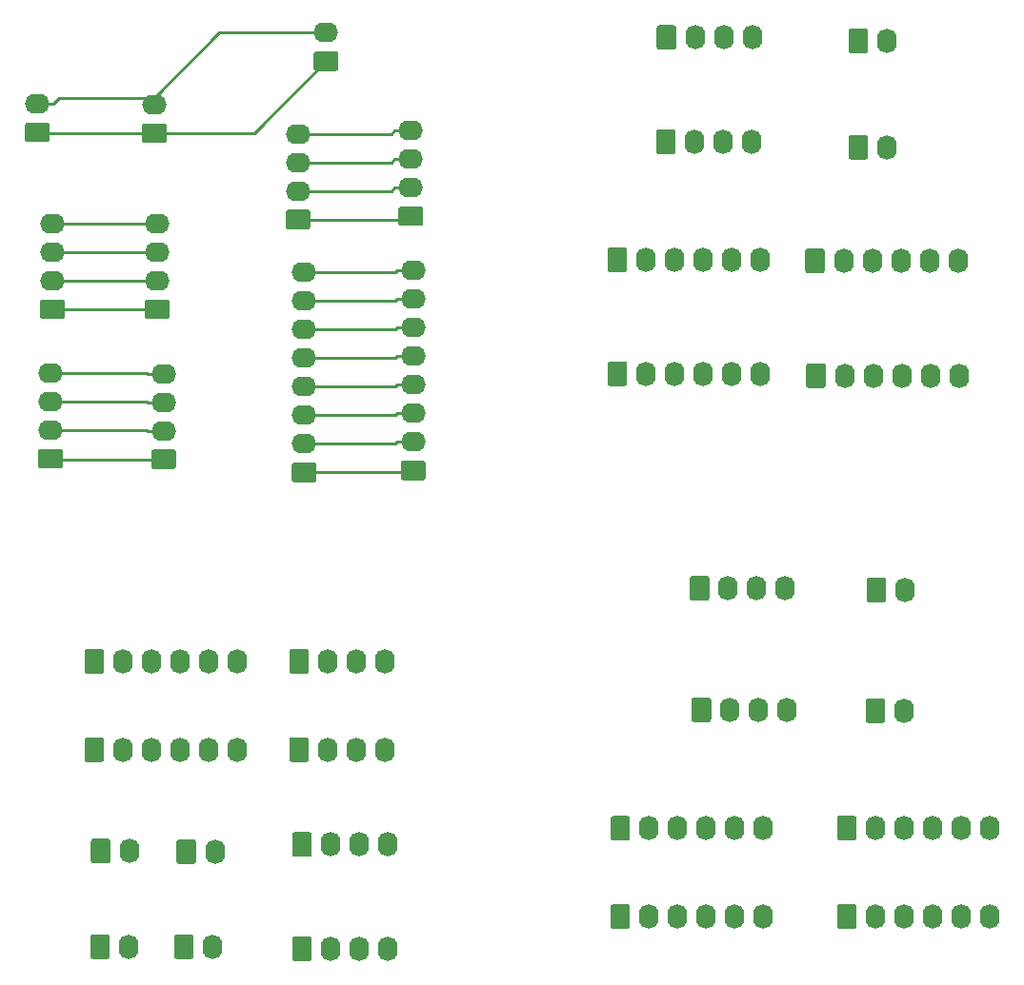
<source format=gbr>
G04 #@! TF.GenerationSoftware,KiCad,Pcbnew,(5.1.5-0-10_14)*
G04 #@! TF.CreationDate,2021-11-28T14:11:59+10:00*
G04 #@! TF.ProjectId,OH - General Purpose Small PCB,4f48202d-2047-4656-9e65-72616c205075,rev?*
G04 #@! TF.SameCoordinates,Original*
G04 #@! TF.FileFunction,Copper,L2,Bot*
G04 #@! TF.FilePolarity,Positive*
%FSLAX46Y46*%
G04 Gerber Fmt 4.6, Leading zero omitted, Abs format (unit mm)*
G04 Created by KiCad (PCBNEW (5.1.5-0-10_14)) date 2021-11-28 14:11:59*
%MOMM*%
%LPD*%
G04 APERTURE LIST*
%ADD10O,1.740000X2.200000*%
%ADD11C,0.100000*%
%ADD12O,2.200000X1.740000*%
%ADD13C,0.250000*%
G04 APERTURE END LIST*
D10*
X52780000Y-124750000D03*
G04 #@! TA.AperFunction,ComponentPad*
D11*
G36*
X50884505Y-123651204D02*
G01*
X50908773Y-123654804D01*
X50932572Y-123660765D01*
X50955671Y-123669030D01*
X50977850Y-123679520D01*
X50998893Y-123692132D01*
X51018599Y-123706747D01*
X51036777Y-123723223D01*
X51053253Y-123741401D01*
X51067868Y-123761107D01*
X51080480Y-123782150D01*
X51090970Y-123804329D01*
X51099235Y-123827428D01*
X51105196Y-123851227D01*
X51108796Y-123875495D01*
X51110000Y-123899999D01*
X51110000Y-125600001D01*
X51108796Y-125624505D01*
X51105196Y-125648773D01*
X51099235Y-125672572D01*
X51090970Y-125695671D01*
X51080480Y-125717850D01*
X51067868Y-125738893D01*
X51053253Y-125758599D01*
X51036777Y-125776777D01*
X51018599Y-125793253D01*
X50998893Y-125807868D01*
X50977850Y-125820480D01*
X50955671Y-125830970D01*
X50932572Y-125839235D01*
X50908773Y-125845196D01*
X50884505Y-125848796D01*
X50860001Y-125850000D01*
X49619999Y-125850000D01*
X49595495Y-125848796D01*
X49571227Y-125845196D01*
X49547428Y-125839235D01*
X49524329Y-125830970D01*
X49502150Y-125820480D01*
X49481107Y-125807868D01*
X49461401Y-125793253D01*
X49443223Y-125776777D01*
X49426747Y-125758599D01*
X49412132Y-125738893D01*
X49399520Y-125717850D01*
X49389030Y-125695671D01*
X49380765Y-125672572D01*
X49374804Y-125648773D01*
X49371204Y-125624505D01*
X49370000Y-125600001D01*
X49370000Y-123899999D01*
X49371204Y-123875495D01*
X49374804Y-123851227D01*
X49380765Y-123827428D01*
X49389030Y-123804329D01*
X49399520Y-123782150D01*
X49412132Y-123761107D01*
X49426747Y-123741401D01*
X49443223Y-123723223D01*
X49461401Y-123706747D01*
X49481107Y-123692132D01*
X49502150Y-123679520D01*
X49524329Y-123669030D01*
X49547428Y-123660765D01*
X49571227Y-123654804D01*
X49595495Y-123651204D01*
X49619999Y-123650000D01*
X50860001Y-123650000D01*
X50884505Y-123651204D01*
G37*
G04 #@! TD.AperFunction*
D10*
X52730000Y-133250000D03*
G04 #@! TA.AperFunction,ComponentPad*
D11*
G36*
X50834505Y-132151204D02*
G01*
X50858773Y-132154804D01*
X50882572Y-132160765D01*
X50905671Y-132169030D01*
X50927850Y-132179520D01*
X50948893Y-132192132D01*
X50968599Y-132206747D01*
X50986777Y-132223223D01*
X51003253Y-132241401D01*
X51017868Y-132261107D01*
X51030480Y-132282150D01*
X51040970Y-132304329D01*
X51049235Y-132327428D01*
X51055196Y-132351227D01*
X51058796Y-132375495D01*
X51060000Y-132399999D01*
X51060000Y-134100001D01*
X51058796Y-134124505D01*
X51055196Y-134148773D01*
X51049235Y-134172572D01*
X51040970Y-134195671D01*
X51030480Y-134217850D01*
X51017868Y-134238893D01*
X51003253Y-134258599D01*
X50986777Y-134276777D01*
X50968599Y-134293253D01*
X50948893Y-134307868D01*
X50927850Y-134320480D01*
X50905671Y-134330970D01*
X50882572Y-134339235D01*
X50858773Y-134345196D01*
X50834505Y-134348796D01*
X50810001Y-134350000D01*
X49569999Y-134350000D01*
X49545495Y-134348796D01*
X49521227Y-134345196D01*
X49497428Y-134339235D01*
X49474329Y-134330970D01*
X49452150Y-134320480D01*
X49431107Y-134307868D01*
X49411401Y-134293253D01*
X49393223Y-134276777D01*
X49376747Y-134258599D01*
X49362132Y-134238893D01*
X49349520Y-134217850D01*
X49339030Y-134195671D01*
X49330765Y-134172572D01*
X49324804Y-134148773D01*
X49321204Y-134124505D01*
X49320000Y-134100001D01*
X49320000Y-132399999D01*
X49321204Y-132375495D01*
X49324804Y-132351227D01*
X49330765Y-132327428D01*
X49339030Y-132304329D01*
X49349520Y-132282150D01*
X49362132Y-132261107D01*
X49376747Y-132241401D01*
X49393223Y-132223223D01*
X49411401Y-132206747D01*
X49431107Y-132192132D01*
X49452150Y-132179520D01*
X49474329Y-132169030D01*
X49497428Y-132160765D01*
X49521227Y-132154804D01*
X49545495Y-132151204D01*
X49569999Y-132150000D01*
X50810001Y-132150000D01*
X50834505Y-132151204D01*
G37*
G04 #@! TD.AperFunction*
D10*
X62360000Y-115730000D03*
X59820000Y-115730000D03*
X57280000Y-115730000D03*
X54740000Y-115730000D03*
X52200000Y-115730000D03*
G04 #@! TA.AperFunction,ComponentPad*
D11*
G36*
X50304505Y-114631204D02*
G01*
X50328773Y-114634804D01*
X50352572Y-114640765D01*
X50375671Y-114649030D01*
X50397850Y-114659520D01*
X50418893Y-114672132D01*
X50438599Y-114686747D01*
X50456777Y-114703223D01*
X50473253Y-114721401D01*
X50487868Y-114741107D01*
X50500480Y-114762150D01*
X50510970Y-114784329D01*
X50519235Y-114807428D01*
X50525196Y-114831227D01*
X50528796Y-114855495D01*
X50530000Y-114879999D01*
X50530000Y-116580001D01*
X50528796Y-116604505D01*
X50525196Y-116628773D01*
X50519235Y-116652572D01*
X50510970Y-116675671D01*
X50500480Y-116697850D01*
X50487868Y-116718893D01*
X50473253Y-116738599D01*
X50456777Y-116756777D01*
X50438599Y-116773253D01*
X50418893Y-116787868D01*
X50397850Y-116800480D01*
X50375671Y-116810970D01*
X50352572Y-116819235D01*
X50328773Y-116825196D01*
X50304505Y-116828796D01*
X50280001Y-116830000D01*
X49039999Y-116830000D01*
X49015495Y-116828796D01*
X48991227Y-116825196D01*
X48967428Y-116819235D01*
X48944329Y-116810970D01*
X48922150Y-116800480D01*
X48901107Y-116787868D01*
X48881401Y-116773253D01*
X48863223Y-116756777D01*
X48846747Y-116738599D01*
X48832132Y-116718893D01*
X48819520Y-116697850D01*
X48809030Y-116675671D01*
X48800765Y-116652572D01*
X48794804Y-116628773D01*
X48791204Y-116604505D01*
X48790000Y-116580001D01*
X48790000Y-114879999D01*
X48791204Y-114855495D01*
X48794804Y-114831227D01*
X48800765Y-114807428D01*
X48809030Y-114784329D01*
X48819520Y-114762150D01*
X48832132Y-114741107D01*
X48846747Y-114721401D01*
X48863223Y-114703223D01*
X48881401Y-114686747D01*
X48901107Y-114672132D01*
X48922150Y-114659520D01*
X48944329Y-114649030D01*
X48967428Y-114640765D01*
X48991227Y-114634804D01*
X49015495Y-114631204D01*
X49039999Y-114630000D01*
X50280001Y-114630000D01*
X50304505Y-114631204D01*
G37*
G04 #@! TD.AperFunction*
D10*
X75750000Y-124170000D03*
X73210000Y-124170000D03*
X70670000Y-124170000D03*
G04 #@! TA.AperFunction,ComponentPad*
D11*
G36*
X68774505Y-123071204D02*
G01*
X68798773Y-123074804D01*
X68822572Y-123080765D01*
X68845671Y-123089030D01*
X68867850Y-123099520D01*
X68888893Y-123112132D01*
X68908599Y-123126747D01*
X68926777Y-123143223D01*
X68943253Y-123161401D01*
X68957868Y-123181107D01*
X68970480Y-123202150D01*
X68980970Y-123224329D01*
X68989235Y-123247428D01*
X68995196Y-123271227D01*
X68998796Y-123295495D01*
X69000000Y-123319999D01*
X69000000Y-125020001D01*
X68998796Y-125044505D01*
X68995196Y-125068773D01*
X68989235Y-125092572D01*
X68980970Y-125115671D01*
X68970480Y-125137850D01*
X68957868Y-125158893D01*
X68943253Y-125178599D01*
X68926777Y-125196777D01*
X68908599Y-125213253D01*
X68888893Y-125227868D01*
X68867850Y-125240480D01*
X68845671Y-125250970D01*
X68822572Y-125259235D01*
X68798773Y-125265196D01*
X68774505Y-125268796D01*
X68750001Y-125270000D01*
X67509999Y-125270000D01*
X67485495Y-125268796D01*
X67461227Y-125265196D01*
X67437428Y-125259235D01*
X67414329Y-125250970D01*
X67392150Y-125240480D01*
X67371107Y-125227868D01*
X67351401Y-125213253D01*
X67333223Y-125196777D01*
X67316747Y-125178599D01*
X67302132Y-125158893D01*
X67289520Y-125137850D01*
X67279030Y-125115671D01*
X67270765Y-125092572D01*
X67264804Y-125068773D01*
X67261204Y-125044505D01*
X67260000Y-125020001D01*
X67260000Y-123319999D01*
X67261204Y-123295495D01*
X67264804Y-123271227D01*
X67270765Y-123247428D01*
X67279030Y-123224329D01*
X67289520Y-123202150D01*
X67302132Y-123181107D01*
X67316747Y-123161401D01*
X67333223Y-123143223D01*
X67351401Y-123126747D01*
X67371107Y-123112132D01*
X67392150Y-123099520D01*
X67414329Y-123089030D01*
X67437428Y-123080765D01*
X67461227Y-123074804D01*
X67485495Y-123071204D01*
X67509999Y-123070000D01*
X68750001Y-123070000D01*
X68774505Y-123071204D01*
G37*
G04 #@! TD.AperFunction*
D10*
X75490000Y-115720000D03*
X72950000Y-115720000D03*
X70410000Y-115720000D03*
G04 #@! TA.AperFunction,ComponentPad*
D11*
G36*
X68514505Y-114621204D02*
G01*
X68538773Y-114624804D01*
X68562572Y-114630765D01*
X68585671Y-114639030D01*
X68607850Y-114649520D01*
X68628893Y-114662132D01*
X68648599Y-114676747D01*
X68666777Y-114693223D01*
X68683253Y-114711401D01*
X68697868Y-114731107D01*
X68710480Y-114752150D01*
X68720970Y-114774329D01*
X68729235Y-114797428D01*
X68735196Y-114821227D01*
X68738796Y-114845495D01*
X68740000Y-114869999D01*
X68740000Y-116570001D01*
X68738796Y-116594505D01*
X68735196Y-116618773D01*
X68729235Y-116642572D01*
X68720970Y-116665671D01*
X68710480Y-116687850D01*
X68697868Y-116708893D01*
X68683253Y-116728599D01*
X68666777Y-116746777D01*
X68648599Y-116763253D01*
X68628893Y-116777868D01*
X68607850Y-116790480D01*
X68585671Y-116800970D01*
X68562572Y-116809235D01*
X68538773Y-116815196D01*
X68514505Y-116818796D01*
X68490001Y-116820000D01*
X67249999Y-116820000D01*
X67225495Y-116818796D01*
X67201227Y-116815196D01*
X67177428Y-116809235D01*
X67154329Y-116800970D01*
X67132150Y-116790480D01*
X67111107Y-116777868D01*
X67091401Y-116763253D01*
X67073223Y-116746777D01*
X67056747Y-116728599D01*
X67042132Y-116708893D01*
X67029520Y-116687850D01*
X67019030Y-116665671D01*
X67010765Y-116642572D01*
X67004804Y-116618773D01*
X67001204Y-116594505D01*
X67000000Y-116570001D01*
X67000000Y-114869999D01*
X67001204Y-114845495D01*
X67004804Y-114821227D01*
X67010765Y-114797428D01*
X67019030Y-114774329D01*
X67029520Y-114752150D01*
X67042132Y-114731107D01*
X67056747Y-114711401D01*
X67073223Y-114693223D01*
X67091401Y-114676747D01*
X67111107Y-114662132D01*
X67132150Y-114649520D01*
X67154329Y-114639030D01*
X67177428Y-114630765D01*
X67201227Y-114624804D01*
X67225495Y-114621204D01*
X67249999Y-114620000D01*
X68490001Y-114620000D01*
X68514505Y-114621204D01*
G37*
G04 #@! TD.AperFunction*
D10*
X60390000Y-124800000D03*
G04 #@! TA.AperFunction,ComponentPad*
D11*
G36*
X58494505Y-123701204D02*
G01*
X58518773Y-123704804D01*
X58542572Y-123710765D01*
X58565671Y-123719030D01*
X58587850Y-123729520D01*
X58608893Y-123742132D01*
X58628599Y-123756747D01*
X58646777Y-123773223D01*
X58663253Y-123791401D01*
X58677868Y-123811107D01*
X58690480Y-123832150D01*
X58700970Y-123854329D01*
X58709235Y-123877428D01*
X58715196Y-123901227D01*
X58718796Y-123925495D01*
X58720000Y-123949999D01*
X58720000Y-125650001D01*
X58718796Y-125674505D01*
X58715196Y-125698773D01*
X58709235Y-125722572D01*
X58700970Y-125745671D01*
X58690480Y-125767850D01*
X58677868Y-125788893D01*
X58663253Y-125808599D01*
X58646777Y-125826777D01*
X58628599Y-125843253D01*
X58608893Y-125857868D01*
X58587850Y-125870480D01*
X58565671Y-125880970D01*
X58542572Y-125889235D01*
X58518773Y-125895196D01*
X58494505Y-125898796D01*
X58470001Y-125900000D01*
X57229999Y-125900000D01*
X57205495Y-125898796D01*
X57181227Y-125895196D01*
X57157428Y-125889235D01*
X57134329Y-125880970D01*
X57112150Y-125870480D01*
X57091107Y-125857868D01*
X57071401Y-125843253D01*
X57053223Y-125826777D01*
X57036747Y-125808599D01*
X57022132Y-125788893D01*
X57009520Y-125767850D01*
X56999030Y-125745671D01*
X56990765Y-125722572D01*
X56984804Y-125698773D01*
X56981204Y-125674505D01*
X56980000Y-125650001D01*
X56980000Y-123949999D01*
X56981204Y-123925495D01*
X56984804Y-123901227D01*
X56990765Y-123877428D01*
X56999030Y-123854329D01*
X57009520Y-123832150D01*
X57022132Y-123811107D01*
X57036747Y-123791401D01*
X57053223Y-123773223D01*
X57071401Y-123756747D01*
X57091107Y-123742132D01*
X57112150Y-123729520D01*
X57134329Y-123719030D01*
X57157428Y-123710765D01*
X57181227Y-123704804D01*
X57205495Y-123701204D01*
X57229999Y-123700000D01*
X58470001Y-123700000D01*
X58494505Y-123701204D01*
G37*
G04 #@! TD.AperFunction*
D10*
X62360000Y-107880000D03*
X59820000Y-107880000D03*
X57280000Y-107880000D03*
X54740000Y-107880000D03*
X52200000Y-107880000D03*
G04 #@! TA.AperFunction,ComponentPad*
D11*
G36*
X50304505Y-106781204D02*
G01*
X50328773Y-106784804D01*
X50352572Y-106790765D01*
X50375671Y-106799030D01*
X50397850Y-106809520D01*
X50418893Y-106822132D01*
X50438599Y-106836747D01*
X50456777Y-106853223D01*
X50473253Y-106871401D01*
X50487868Y-106891107D01*
X50500480Y-106912150D01*
X50510970Y-106934329D01*
X50519235Y-106957428D01*
X50525196Y-106981227D01*
X50528796Y-107005495D01*
X50530000Y-107029999D01*
X50530000Y-108730001D01*
X50528796Y-108754505D01*
X50525196Y-108778773D01*
X50519235Y-108802572D01*
X50510970Y-108825671D01*
X50500480Y-108847850D01*
X50487868Y-108868893D01*
X50473253Y-108888599D01*
X50456777Y-108906777D01*
X50438599Y-108923253D01*
X50418893Y-108937868D01*
X50397850Y-108950480D01*
X50375671Y-108960970D01*
X50352572Y-108969235D01*
X50328773Y-108975196D01*
X50304505Y-108978796D01*
X50280001Y-108980000D01*
X49039999Y-108980000D01*
X49015495Y-108978796D01*
X48991227Y-108975196D01*
X48967428Y-108969235D01*
X48944329Y-108960970D01*
X48922150Y-108950480D01*
X48901107Y-108937868D01*
X48881401Y-108923253D01*
X48863223Y-108906777D01*
X48846747Y-108888599D01*
X48832132Y-108868893D01*
X48819520Y-108847850D01*
X48809030Y-108825671D01*
X48800765Y-108802572D01*
X48794804Y-108778773D01*
X48791204Y-108754505D01*
X48790000Y-108730001D01*
X48790000Y-107029999D01*
X48791204Y-107005495D01*
X48794804Y-106981227D01*
X48800765Y-106957428D01*
X48809030Y-106934329D01*
X48819520Y-106912150D01*
X48832132Y-106891107D01*
X48846747Y-106871401D01*
X48863223Y-106853223D01*
X48881401Y-106836747D01*
X48901107Y-106822132D01*
X48922150Y-106809520D01*
X48944329Y-106799030D01*
X48967428Y-106790765D01*
X48991227Y-106784804D01*
X49015495Y-106781204D01*
X49039999Y-106780000D01*
X50280001Y-106780000D01*
X50304505Y-106781204D01*
G37*
G04 #@! TD.AperFunction*
D10*
X75750000Y-133430000D03*
X73210000Y-133430000D03*
X70670000Y-133430000D03*
G04 #@! TA.AperFunction,ComponentPad*
D11*
G36*
X68774505Y-132331204D02*
G01*
X68798773Y-132334804D01*
X68822572Y-132340765D01*
X68845671Y-132349030D01*
X68867850Y-132359520D01*
X68888893Y-132372132D01*
X68908599Y-132386747D01*
X68926777Y-132403223D01*
X68943253Y-132421401D01*
X68957868Y-132441107D01*
X68970480Y-132462150D01*
X68980970Y-132484329D01*
X68989235Y-132507428D01*
X68995196Y-132531227D01*
X68998796Y-132555495D01*
X69000000Y-132579999D01*
X69000000Y-134280001D01*
X68998796Y-134304505D01*
X68995196Y-134328773D01*
X68989235Y-134352572D01*
X68980970Y-134375671D01*
X68970480Y-134397850D01*
X68957868Y-134418893D01*
X68943253Y-134438599D01*
X68926777Y-134456777D01*
X68908599Y-134473253D01*
X68888893Y-134487868D01*
X68867850Y-134500480D01*
X68845671Y-134510970D01*
X68822572Y-134519235D01*
X68798773Y-134525196D01*
X68774505Y-134528796D01*
X68750001Y-134530000D01*
X67509999Y-134530000D01*
X67485495Y-134528796D01*
X67461227Y-134525196D01*
X67437428Y-134519235D01*
X67414329Y-134510970D01*
X67392150Y-134500480D01*
X67371107Y-134487868D01*
X67351401Y-134473253D01*
X67333223Y-134456777D01*
X67316747Y-134438599D01*
X67302132Y-134418893D01*
X67289520Y-134397850D01*
X67279030Y-134375671D01*
X67270765Y-134352572D01*
X67264804Y-134328773D01*
X67261204Y-134304505D01*
X67260000Y-134280001D01*
X67260000Y-132579999D01*
X67261204Y-132555495D01*
X67264804Y-132531227D01*
X67270765Y-132507428D01*
X67279030Y-132484329D01*
X67289520Y-132462150D01*
X67302132Y-132441107D01*
X67316747Y-132421401D01*
X67333223Y-132403223D01*
X67351401Y-132386747D01*
X67371107Y-132372132D01*
X67392150Y-132359520D01*
X67414329Y-132349030D01*
X67437428Y-132340765D01*
X67461227Y-132334804D01*
X67485495Y-132331204D01*
X67509999Y-132330000D01*
X68750001Y-132330000D01*
X68774505Y-132331204D01*
G37*
G04 #@! TD.AperFunction*
D10*
X75490000Y-107870000D03*
X72950000Y-107870000D03*
X70410000Y-107870000D03*
G04 #@! TA.AperFunction,ComponentPad*
D11*
G36*
X68514505Y-106771204D02*
G01*
X68538773Y-106774804D01*
X68562572Y-106780765D01*
X68585671Y-106789030D01*
X68607850Y-106799520D01*
X68628893Y-106812132D01*
X68648599Y-106826747D01*
X68666777Y-106843223D01*
X68683253Y-106861401D01*
X68697868Y-106881107D01*
X68710480Y-106902150D01*
X68720970Y-106924329D01*
X68729235Y-106947428D01*
X68735196Y-106971227D01*
X68738796Y-106995495D01*
X68740000Y-107019999D01*
X68740000Y-108720001D01*
X68738796Y-108744505D01*
X68735196Y-108768773D01*
X68729235Y-108792572D01*
X68720970Y-108815671D01*
X68710480Y-108837850D01*
X68697868Y-108858893D01*
X68683253Y-108878599D01*
X68666777Y-108896777D01*
X68648599Y-108913253D01*
X68628893Y-108927868D01*
X68607850Y-108940480D01*
X68585671Y-108950970D01*
X68562572Y-108959235D01*
X68538773Y-108965196D01*
X68514505Y-108968796D01*
X68490001Y-108970000D01*
X67249999Y-108970000D01*
X67225495Y-108968796D01*
X67201227Y-108965196D01*
X67177428Y-108959235D01*
X67154329Y-108950970D01*
X67132150Y-108940480D01*
X67111107Y-108927868D01*
X67091401Y-108913253D01*
X67073223Y-108896777D01*
X67056747Y-108878599D01*
X67042132Y-108858893D01*
X67029520Y-108837850D01*
X67019030Y-108815671D01*
X67010765Y-108792572D01*
X67004804Y-108768773D01*
X67001204Y-108744505D01*
X67000000Y-108720001D01*
X67000000Y-107019999D01*
X67001204Y-106995495D01*
X67004804Y-106971227D01*
X67010765Y-106947428D01*
X67019030Y-106924329D01*
X67029520Y-106902150D01*
X67042132Y-106881107D01*
X67056747Y-106861401D01*
X67073223Y-106843223D01*
X67091401Y-106826747D01*
X67111107Y-106812132D01*
X67132150Y-106799520D01*
X67154329Y-106789030D01*
X67177428Y-106780765D01*
X67201227Y-106774804D01*
X67225495Y-106771204D01*
X67249999Y-106770000D01*
X68490001Y-106770000D01*
X68514505Y-106771204D01*
G37*
G04 #@! TD.AperFunction*
D10*
X60180000Y-133250000D03*
G04 #@! TA.AperFunction,ComponentPad*
D11*
G36*
X58284505Y-132151204D02*
G01*
X58308773Y-132154804D01*
X58332572Y-132160765D01*
X58355671Y-132169030D01*
X58377850Y-132179520D01*
X58398893Y-132192132D01*
X58418599Y-132206747D01*
X58436777Y-132223223D01*
X58453253Y-132241401D01*
X58467868Y-132261107D01*
X58480480Y-132282150D01*
X58490970Y-132304329D01*
X58499235Y-132327428D01*
X58505196Y-132351227D01*
X58508796Y-132375495D01*
X58510000Y-132399999D01*
X58510000Y-134100001D01*
X58508796Y-134124505D01*
X58505196Y-134148773D01*
X58499235Y-134172572D01*
X58490970Y-134195671D01*
X58480480Y-134217850D01*
X58467868Y-134238893D01*
X58453253Y-134258599D01*
X58436777Y-134276777D01*
X58418599Y-134293253D01*
X58398893Y-134307868D01*
X58377850Y-134320480D01*
X58355671Y-134330970D01*
X58332572Y-134339235D01*
X58308773Y-134345196D01*
X58284505Y-134348796D01*
X58260001Y-134350000D01*
X57019999Y-134350000D01*
X56995495Y-134348796D01*
X56971227Y-134345196D01*
X56947428Y-134339235D01*
X56924329Y-134330970D01*
X56902150Y-134320480D01*
X56881107Y-134307868D01*
X56861401Y-134293253D01*
X56843223Y-134276777D01*
X56826747Y-134258599D01*
X56812132Y-134238893D01*
X56799520Y-134217850D01*
X56789030Y-134195671D01*
X56780765Y-134172572D01*
X56774804Y-134148773D01*
X56771204Y-134124505D01*
X56770000Y-134100001D01*
X56770000Y-132399999D01*
X56771204Y-132375495D01*
X56774804Y-132351227D01*
X56780765Y-132327428D01*
X56789030Y-132304329D01*
X56799520Y-132282150D01*
X56812132Y-132261107D01*
X56826747Y-132241401D01*
X56843223Y-132223223D01*
X56861401Y-132206747D01*
X56881107Y-132192132D01*
X56902150Y-132179520D01*
X56924329Y-132169030D01*
X56947428Y-132160765D01*
X56971227Y-132154804D01*
X56995495Y-132151204D01*
X57019999Y-132150000D01*
X58260001Y-132150000D01*
X58284505Y-132151204D01*
G37*
G04 #@! TD.AperFunction*
D12*
X55280000Y-68930000D03*
X55280000Y-71470000D03*
X55280000Y-74010000D03*
G04 #@! TA.AperFunction,ComponentPad*
D11*
G36*
X56154505Y-75681204D02*
G01*
X56178773Y-75684804D01*
X56202572Y-75690765D01*
X56225671Y-75699030D01*
X56247850Y-75709520D01*
X56268893Y-75722132D01*
X56288599Y-75736747D01*
X56306777Y-75753223D01*
X56323253Y-75771401D01*
X56337868Y-75791107D01*
X56350480Y-75812150D01*
X56360970Y-75834329D01*
X56369235Y-75857428D01*
X56375196Y-75881227D01*
X56378796Y-75905495D01*
X56380000Y-75929999D01*
X56380000Y-77170001D01*
X56378796Y-77194505D01*
X56375196Y-77218773D01*
X56369235Y-77242572D01*
X56360970Y-77265671D01*
X56350480Y-77287850D01*
X56337868Y-77308893D01*
X56323253Y-77328599D01*
X56306777Y-77346777D01*
X56288599Y-77363253D01*
X56268893Y-77377868D01*
X56247850Y-77390480D01*
X56225671Y-77400970D01*
X56202572Y-77409235D01*
X56178773Y-77415196D01*
X56154505Y-77418796D01*
X56130001Y-77420000D01*
X54429999Y-77420000D01*
X54405495Y-77418796D01*
X54381227Y-77415196D01*
X54357428Y-77409235D01*
X54334329Y-77400970D01*
X54312150Y-77390480D01*
X54291107Y-77377868D01*
X54271401Y-77363253D01*
X54253223Y-77346777D01*
X54236747Y-77328599D01*
X54222132Y-77308893D01*
X54209520Y-77287850D01*
X54199030Y-77265671D01*
X54190765Y-77242572D01*
X54184804Y-77218773D01*
X54181204Y-77194505D01*
X54180000Y-77170001D01*
X54180000Y-75929999D01*
X54181204Y-75905495D01*
X54184804Y-75881227D01*
X54190765Y-75857428D01*
X54199030Y-75834329D01*
X54209520Y-75812150D01*
X54222132Y-75791107D01*
X54236747Y-75771401D01*
X54253223Y-75753223D01*
X54271401Y-75736747D01*
X54291107Y-75722132D01*
X54312150Y-75709520D01*
X54334329Y-75699030D01*
X54357428Y-75690765D01*
X54381227Y-75684804D01*
X54405495Y-75681204D01*
X54429999Y-75680000D01*
X56130001Y-75680000D01*
X56154505Y-75681204D01*
G37*
G04 #@! TD.AperFunction*
D12*
X55830000Y-82280000D03*
X55830000Y-84820000D03*
X55830000Y-87360000D03*
G04 #@! TA.AperFunction,ComponentPad*
D11*
G36*
X56704505Y-89031204D02*
G01*
X56728773Y-89034804D01*
X56752572Y-89040765D01*
X56775671Y-89049030D01*
X56797850Y-89059520D01*
X56818893Y-89072132D01*
X56838599Y-89086747D01*
X56856777Y-89103223D01*
X56873253Y-89121401D01*
X56887868Y-89141107D01*
X56900480Y-89162150D01*
X56910970Y-89184329D01*
X56919235Y-89207428D01*
X56925196Y-89231227D01*
X56928796Y-89255495D01*
X56930000Y-89279999D01*
X56930000Y-90520001D01*
X56928796Y-90544505D01*
X56925196Y-90568773D01*
X56919235Y-90592572D01*
X56910970Y-90615671D01*
X56900480Y-90637850D01*
X56887868Y-90658893D01*
X56873253Y-90678599D01*
X56856777Y-90696777D01*
X56838599Y-90713253D01*
X56818893Y-90727868D01*
X56797850Y-90740480D01*
X56775671Y-90750970D01*
X56752572Y-90759235D01*
X56728773Y-90765196D01*
X56704505Y-90768796D01*
X56680001Y-90770000D01*
X54979999Y-90770000D01*
X54955495Y-90768796D01*
X54931227Y-90765196D01*
X54907428Y-90759235D01*
X54884329Y-90750970D01*
X54862150Y-90740480D01*
X54841107Y-90727868D01*
X54821401Y-90713253D01*
X54803223Y-90696777D01*
X54786747Y-90678599D01*
X54772132Y-90658893D01*
X54759520Y-90637850D01*
X54749030Y-90615671D01*
X54740765Y-90592572D01*
X54734804Y-90568773D01*
X54731204Y-90544505D01*
X54730000Y-90520001D01*
X54730000Y-89279999D01*
X54731204Y-89255495D01*
X54734804Y-89231227D01*
X54740765Y-89207428D01*
X54749030Y-89184329D01*
X54759520Y-89162150D01*
X54772132Y-89141107D01*
X54786747Y-89121401D01*
X54803223Y-89103223D01*
X54821401Y-89086747D01*
X54841107Y-89072132D01*
X54862150Y-89059520D01*
X54884329Y-89049030D01*
X54907428Y-89040765D01*
X54931227Y-89034804D01*
X54955495Y-89031204D01*
X54979999Y-89030000D01*
X56680001Y-89030000D01*
X56704505Y-89031204D01*
G37*
G04 #@! TD.AperFunction*
D12*
X45950000Y-68930000D03*
X45950000Y-71470000D03*
X45950000Y-74010000D03*
G04 #@! TA.AperFunction,ComponentPad*
D11*
G36*
X46824505Y-75681204D02*
G01*
X46848773Y-75684804D01*
X46872572Y-75690765D01*
X46895671Y-75699030D01*
X46917850Y-75709520D01*
X46938893Y-75722132D01*
X46958599Y-75736747D01*
X46976777Y-75753223D01*
X46993253Y-75771401D01*
X47007868Y-75791107D01*
X47020480Y-75812150D01*
X47030970Y-75834329D01*
X47039235Y-75857428D01*
X47045196Y-75881227D01*
X47048796Y-75905495D01*
X47050000Y-75929999D01*
X47050000Y-77170001D01*
X47048796Y-77194505D01*
X47045196Y-77218773D01*
X47039235Y-77242572D01*
X47030970Y-77265671D01*
X47020480Y-77287850D01*
X47007868Y-77308893D01*
X46993253Y-77328599D01*
X46976777Y-77346777D01*
X46958599Y-77363253D01*
X46938893Y-77377868D01*
X46917850Y-77390480D01*
X46895671Y-77400970D01*
X46872572Y-77409235D01*
X46848773Y-77415196D01*
X46824505Y-77418796D01*
X46800001Y-77420000D01*
X45099999Y-77420000D01*
X45075495Y-77418796D01*
X45051227Y-77415196D01*
X45027428Y-77409235D01*
X45004329Y-77400970D01*
X44982150Y-77390480D01*
X44961107Y-77377868D01*
X44941401Y-77363253D01*
X44923223Y-77346777D01*
X44906747Y-77328599D01*
X44892132Y-77308893D01*
X44879520Y-77287850D01*
X44869030Y-77265671D01*
X44860765Y-77242572D01*
X44854804Y-77218773D01*
X44851204Y-77194505D01*
X44850000Y-77170001D01*
X44850000Y-75929999D01*
X44851204Y-75905495D01*
X44854804Y-75881227D01*
X44860765Y-75857428D01*
X44869030Y-75834329D01*
X44879520Y-75812150D01*
X44892132Y-75791107D01*
X44906747Y-75771401D01*
X44923223Y-75753223D01*
X44941401Y-75736747D01*
X44961107Y-75722132D01*
X44982150Y-75709520D01*
X45004329Y-75699030D01*
X45027428Y-75690765D01*
X45051227Y-75684804D01*
X45075495Y-75681204D01*
X45099999Y-75680000D01*
X46800001Y-75680000D01*
X46824505Y-75681204D01*
G37*
G04 #@! TD.AperFunction*
D12*
X45790000Y-82210000D03*
X45790000Y-84750000D03*
X45790000Y-87290000D03*
G04 #@! TA.AperFunction,ComponentPad*
D11*
G36*
X46664505Y-88961204D02*
G01*
X46688773Y-88964804D01*
X46712572Y-88970765D01*
X46735671Y-88979030D01*
X46757850Y-88989520D01*
X46778893Y-89002132D01*
X46798599Y-89016747D01*
X46816777Y-89033223D01*
X46833253Y-89051401D01*
X46847868Y-89071107D01*
X46860480Y-89092150D01*
X46870970Y-89114329D01*
X46879235Y-89137428D01*
X46885196Y-89161227D01*
X46888796Y-89185495D01*
X46890000Y-89209999D01*
X46890000Y-90450001D01*
X46888796Y-90474505D01*
X46885196Y-90498773D01*
X46879235Y-90522572D01*
X46870970Y-90545671D01*
X46860480Y-90567850D01*
X46847868Y-90588893D01*
X46833253Y-90608599D01*
X46816777Y-90626777D01*
X46798599Y-90643253D01*
X46778893Y-90657868D01*
X46757850Y-90670480D01*
X46735671Y-90680970D01*
X46712572Y-90689235D01*
X46688773Y-90695196D01*
X46664505Y-90698796D01*
X46640001Y-90700000D01*
X44939999Y-90700000D01*
X44915495Y-90698796D01*
X44891227Y-90695196D01*
X44867428Y-90689235D01*
X44844329Y-90680970D01*
X44822150Y-90670480D01*
X44801107Y-90657868D01*
X44781401Y-90643253D01*
X44763223Y-90626777D01*
X44746747Y-90608599D01*
X44732132Y-90588893D01*
X44719520Y-90567850D01*
X44709030Y-90545671D01*
X44700765Y-90522572D01*
X44694804Y-90498773D01*
X44691204Y-90474505D01*
X44690000Y-90450001D01*
X44690000Y-89209999D01*
X44691204Y-89185495D01*
X44694804Y-89161227D01*
X44700765Y-89137428D01*
X44709030Y-89114329D01*
X44719520Y-89092150D01*
X44732132Y-89071107D01*
X44746747Y-89051401D01*
X44763223Y-89033223D01*
X44781401Y-89016747D01*
X44801107Y-89002132D01*
X44822150Y-88989520D01*
X44844329Y-88979030D01*
X44867428Y-88970765D01*
X44891227Y-88964804D01*
X44915495Y-88961204D01*
X44939999Y-88960000D01*
X46640001Y-88960000D01*
X46664505Y-88961204D01*
G37*
G04 #@! TD.AperFunction*
D12*
X44610000Y-58270000D03*
G04 #@! TA.AperFunction,ComponentPad*
D11*
G36*
X45484505Y-59941204D02*
G01*
X45508773Y-59944804D01*
X45532572Y-59950765D01*
X45555671Y-59959030D01*
X45577850Y-59969520D01*
X45598893Y-59982132D01*
X45618599Y-59996747D01*
X45636777Y-60013223D01*
X45653253Y-60031401D01*
X45667868Y-60051107D01*
X45680480Y-60072150D01*
X45690970Y-60094329D01*
X45699235Y-60117428D01*
X45705196Y-60141227D01*
X45708796Y-60165495D01*
X45710000Y-60189999D01*
X45710000Y-61430001D01*
X45708796Y-61454505D01*
X45705196Y-61478773D01*
X45699235Y-61502572D01*
X45690970Y-61525671D01*
X45680480Y-61547850D01*
X45667868Y-61568893D01*
X45653253Y-61588599D01*
X45636777Y-61606777D01*
X45618599Y-61623253D01*
X45598893Y-61637868D01*
X45577850Y-61650480D01*
X45555671Y-61660970D01*
X45532572Y-61669235D01*
X45508773Y-61675196D01*
X45484505Y-61678796D01*
X45460001Y-61680000D01*
X43759999Y-61680000D01*
X43735495Y-61678796D01*
X43711227Y-61675196D01*
X43687428Y-61669235D01*
X43664329Y-61660970D01*
X43642150Y-61650480D01*
X43621107Y-61637868D01*
X43601401Y-61623253D01*
X43583223Y-61606777D01*
X43566747Y-61588599D01*
X43552132Y-61568893D01*
X43539520Y-61547850D01*
X43529030Y-61525671D01*
X43520765Y-61502572D01*
X43514804Y-61478773D01*
X43511204Y-61454505D01*
X43510000Y-61430001D01*
X43510000Y-60189999D01*
X43511204Y-60165495D01*
X43514804Y-60141227D01*
X43520765Y-60117428D01*
X43529030Y-60094329D01*
X43539520Y-60072150D01*
X43552132Y-60051107D01*
X43566747Y-60031401D01*
X43583223Y-60013223D01*
X43601401Y-59996747D01*
X43621107Y-59982132D01*
X43642150Y-59969520D01*
X43664329Y-59959030D01*
X43687428Y-59950765D01*
X43711227Y-59944804D01*
X43735495Y-59941204D01*
X43759999Y-59940000D01*
X45460001Y-59940000D01*
X45484505Y-59941204D01*
G37*
G04 #@! TD.AperFunction*
D12*
X77805000Y-60655000D03*
X77805000Y-63195000D03*
X77805000Y-65735000D03*
G04 #@! TA.AperFunction,ComponentPad*
D11*
G36*
X78679505Y-67406204D02*
G01*
X78703773Y-67409804D01*
X78727572Y-67415765D01*
X78750671Y-67424030D01*
X78772850Y-67434520D01*
X78793893Y-67447132D01*
X78813599Y-67461747D01*
X78831777Y-67478223D01*
X78848253Y-67496401D01*
X78862868Y-67516107D01*
X78875480Y-67537150D01*
X78885970Y-67559329D01*
X78894235Y-67582428D01*
X78900196Y-67606227D01*
X78903796Y-67630495D01*
X78905000Y-67654999D01*
X78905000Y-68895001D01*
X78903796Y-68919505D01*
X78900196Y-68943773D01*
X78894235Y-68967572D01*
X78885970Y-68990671D01*
X78875480Y-69012850D01*
X78862868Y-69033893D01*
X78848253Y-69053599D01*
X78831777Y-69071777D01*
X78813599Y-69088253D01*
X78793893Y-69102868D01*
X78772850Y-69115480D01*
X78750671Y-69125970D01*
X78727572Y-69134235D01*
X78703773Y-69140196D01*
X78679505Y-69143796D01*
X78655001Y-69145000D01*
X76954999Y-69145000D01*
X76930495Y-69143796D01*
X76906227Y-69140196D01*
X76882428Y-69134235D01*
X76859329Y-69125970D01*
X76837150Y-69115480D01*
X76816107Y-69102868D01*
X76796401Y-69088253D01*
X76778223Y-69071777D01*
X76761747Y-69053599D01*
X76747132Y-69033893D01*
X76734520Y-69012850D01*
X76724030Y-68990671D01*
X76715765Y-68967572D01*
X76709804Y-68943773D01*
X76706204Y-68919505D01*
X76705000Y-68895001D01*
X76705000Y-67654999D01*
X76706204Y-67630495D01*
X76709804Y-67606227D01*
X76715765Y-67582428D01*
X76724030Y-67559329D01*
X76734520Y-67537150D01*
X76747132Y-67516107D01*
X76761747Y-67496401D01*
X76778223Y-67478223D01*
X76796401Y-67461747D01*
X76816107Y-67447132D01*
X76837150Y-67434520D01*
X76859329Y-67424030D01*
X76882428Y-67415765D01*
X76906227Y-67409804D01*
X76930495Y-67406204D01*
X76954999Y-67405000D01*
X78655001Y-67405000D01*
X78679505Y-67406204D01*
G37*
G04 #@! TD.AperFunction*
D12*
X67780000Y-60940000D03*
X67780000Y-63480000D03*
X67780000Y-66020000D03*
G04 #@! TA.AperFunction,ComponentPad*
D11*
G36*
X68654505Y-67691204D02*
G01*
X68678773Y-67694804D01*
X68702572Y-67700765D01*
X68725671Y-67709030D01*
X68747850Y-67719520D01*
X68768893Y-67732132D01*
X68788599Y-67746747D01*
X68806777Y-67763223D01*
X68823253Y-67781401D01*
X68837868Y-67801107D01*
X68850480Y-67822150D01*
X68860970Y-67844329D01*
X68869235Y-67867428D01*
X68875196Y-67891227D01*
X68878796Y-67915495D01*
X68880000Y-67939999D01*
X68880000Y-69180001D01*
X68878796Y-69204505D01*
X68875196Y-69228773D01*
X68869235Y-69252572D01*
X68860970Y-69275671D01*
X68850480Y-69297850D01*
X68837868Y-69318893D01*
X68823253Y-69338599D01*
X68806777Y-69356777D01*
X68788599Y-69373253D01*
X68768893Y-69387868D01*
X68747850Y-69400480D01*
X68725671Y-69410970D01*
X68702572Y-69419235D01*
X68678773Y-69425196D01*
X68654505Y-69428796D01*
X68630001Y-69430000D01*
X66929999Y-69430000D01*
X66905495Y-69428796D01*
X66881227Y-69425196D01*
X66857428Y-69419235D01*
X66834329Y-69410970D01*
X66812150Y-69400480D01*
X66791107Y-69387868D01*
X66771401Y-69373253D01*
X66753223Y-69356777D01*
X66736747Y-69338599D01*
X66722132Y-69318893D01*
X66709520Y-69297850D01*
X66699030Y-69275671D01*
X66690765Y-69252572D01*
X66684804Y-69228773D01*
X66681204Y-69204505D01*
X66680000Y-69180001D01*
X66680000Y-67939999D01*
X66681204Y-67915495D01*
X66684804Y-67891227D01*
X66690765Y-67867428D01*
X66699030Y-67844329D01*
X66709520Y-67822150D01*
X66722132Y-67801107D01*
X66736747Y-67781401D01*
X66753223Y-67763223D01*
X66771401Y-67746747D01*
X66791107Y-67732132D01*
X66812150Y-67719520D01*
X66834329Y-67709030D01*
X66857428Y-67700765D01*
X66881227Y-67694804D01*
X66905495Y-67691204D01*
X66929999Y-67690000D01*
X68630001Y-67690000D01*
X68654505Y-67691204D01*
G37*
G04 #@! TD.AperFunction*
D10*
X129255000Y-130565000D03*
X126715000Y-130565000D03*
X124175000Y-130565000D03*
X121635000Y-130565000D03*
X119095000Y-130565000D03*
G04 #@! TA.AperFunction,ComponentPad*
D11*
G36*
X117199505Y-129466204D02*
G01*
X117223773Y-129469804D01*
X117247572Y-129475765D01*
X117270671Y-129484030D01*
X117292850Y-129494520D01*
X117313893Y-129507132D01*
X117333599Y-129521747D01*
X117351777Y-129538223D01*
X117368253Y-129556401D01*
X117382868Y-129576107D01*
X117395480Y-129597150D01*
X117405970Y-129619329D01*
X117414235Y-129642428D01*
X117420196Y-129666227D01*
X117423796Y-129690495D01*
X117425000Y-129714999D01*
X117425000Y-131415001D01*
X117423796Y-131439505D01*
X117420196Y-131463773D01*
X117414235Y-131487572D01*
X117405970Y-131510671D01*
X117395480Y-131532850D01*
X117382868Y-131553893D01*
X117368253Y-131573599D01*
X117351777Y-131591777D01*
X117333599Y-131608253D01*
X117313893Y-131622868D01*
X117292850Y-131635480D01*
X117270671Y-131645970D01*
X117247572Y-131654235D01*
X117223773Y-131660196D01*
X117199505Y-131663796D01*
X117175001Y-131665000D01*
X115934999Y-131665000D01*
X115910495Y-131663796D01*
X115886227Y-131660196D01*
X115862428Y-131654235D01*
X115839329Y-131645970D01*
X115817150Y-131635480D01*
X115796107Y-131622868D01*
X115776401Y-131608253D01*
X115758223Y-131591777D01*
X115741747Y-131573599D01*
X115727132Y-131553893D01*
X115714520Y-131532850D01*
X115704030Y-131510671D01*
X115695765Y-131487572D01*
X115689804Y-131463773D01*
X115686204Y-131439505D01*
X115685000Y-131415001D01*
X115685000Y-129714999D01*
X115686204Y-129690495D01*
X115689804Y-129666227D01*
X115695765Y-129642428D01*
X115704030Y-129619329D01*
X115714520Y-129597150D01*
X115727132Y-129576107D01*
X115741747Y-129556401D01*
X115758223Y-129538223D01*
X115776401Y-129521747D01*
X115796107Y-129507132D01*
X115817150Y-129494520D01*
X115839329Y-129484030D01*
X115862428Y-129475765D01*
X115886227Y-129469804D01*
X115910495Y-129466204D01*
X115934999Y-129465000D01*
X117175001Y-129465000D01*
X117199505Y-129466204D01*
G37*
G04 #@! TD.AperFunction*
D10*
X109125000Y-130585000D03*
X106585000Y-130585000D03*
X104045000Y-130585000D03*
X101505000Y-130585000D03*
X98965000Y-130585000D03*
G04 #@! TA.AperFunction,ComponentPad*
D11*
G36*
X97069505Y-129486204D02*
G01*
X97093773Y-129489804D01*
X97117572Y-129495765D01*
X97140671Y-129504030D01*
X97162850Y-129514520D01*
X97183893Y-129527132D01*
X97203599Y-129541747D01*
X97221777Y-129558223D01*
X97238253Y-129576401D01*
X97252868Y-129596107D01*
X97265480Y-129617150D01*
X97275970Y-129639329D01*
X97284235Y-129662428D01*
X97290196Y-129686227D01*
X97293796Y-129710495D01*
X97295000Y-129734999D01*
X97295000Y-131435001D01*
X97293796Y-131459505D01*
X97290196Y-131483773D01*
X97284235Y-131507572D01*
X97275970Y-131530671D01*
X97265480Y-131552850D01*
X97252868Y-131573893D01*
X97238253Y-131593599D01*
X97221777Y-131611777D01*
X97203599Y-131628253D01*
X97183893Y-131642868D01*
X97162850Y-131655480D01*
X97140671Y-131665970D01*
X97117572Y-131674235D01*
X97093773Y-131680196D01*
X97069505Y-131683796D01*
X97045001Y-131685000D01*
X95804999Y-131685000D01*
X95780495Y-131683796D01*
X95756227Y-131680196D01*
X95732428Y-131674235D01*
X95709329Y-131665970D01*
X95687150Y-131655480D01*
X95666107Y-131642868D01*
X95646401Y-131628253D01*
X95628223Y-131611777D01*
X95611747Y-131593599D01*
X95597132Y-131573893D01*
X95584520Y-131552850D01*
X95574030Y-131530671D01*
X95565765Y-131507572D01*
X95559804Y-131483773D01*
X95556204Y-131459505D01*
X95555000Y-131435001D01*
X95555000Y-129734999D01*
X95556204Y-129710495D01*
X95559804Y-129686227D01*
X95565765Y-129662428D01*
X95574030Y-129639329D01*
X95584520Y-129617150D01*
X95597132Y-129596107D01*
X95611747Y-129576401D01*
X95628223Y-129558223D01*
X95646401Y-129541747D01*
X95666107Y-129527132D01*
X95687150Y-129514520D01*
X95709329Y-129504030D01*
X95732428Y-129495765D01*
X95756227Y-129489804D01*
X95780495Y-129486204D01*
X95804999Y-129485000D01*
X97045001Y-129485000D01*
X97069505Y-129486204D01*
G37*
G04 #@! TD.AperFunction*
D10*
X129255000Y-122715000D03*
X126715000Y-122715000D03*
X124175000Y-122715000D03*
X121635000Y-122715000D03*
X119095000Y-122715000D03*
G04 #@! TA.AperFunction,ComponentPad*
D11*
G36*
X117199505Y-121616204D02*
G01*
X117223773Y-121619804D01*
X117247572Y-121625765D01*
X117270671Y-121634030D01*
X117292850Y-121644520D01*
X117313893Y-121657132D01*
X117333599Y-121671747D01*
X117351777Y-121688223D01*
X117368253Y-121706401D01*
X117382868Y-121726107D01*
X117395480Y-121747150D01*
X117405970Y-121769329D01*
X117414235Y-121792428D01*
X117420196Y-121816227D01*
X117423796Y-121840495D01*
X117425000Y-121864999D01*
X117425000Y-123565001D01*
X117423796Y-123589505D01*
X117420196Y-123613773D01*
X117414235Y-123637572D01*
X117405970Y-123660671D01*
X117395480Y-123682850D01*
X117382868Y-123703893D01*
X117368253Y-123723599D01*
X117351777Y-123741777D01*
X117333599Y-123758253D01*
X117313893Y-123772868D01*
X117292850Y-123785480D01*
X117270671Y-123795970D01*
X117247572Y-123804235D01*
X117223773Y-123810196D01*
X117199505Y-123813796D01*
X117175001Y-123815000D01*
X115934999Y-123815000D01*
X115910495Y-123813796D01*
X115886227Y-123810196D01*
X115862428Y-123804235D01*
X115839329Y-123795970D01*
X115817150Y-123785480D01*
X115796107Y-123772868D01*
X115776401Y-123758253D01*
X115758223Y-123741777D01*
X115741747Y-123723599D01*
X115727132Y-123703893D01*
X115714520Y-123682850D01*
X115704030Y-123660671D01*
X115695765Y-123637572D01*
X115689804Y-123613773D01*
X115686204Y-123589505D01*
X115685000Y-123565001D01*
X115685000Y-121864999D01*
X115686204Y-121840495D01*
X115689804Y-121816227D01*
X115695765Y-121792428D01*
X115704030Y-121769329D01*
X115714520Y-121747150D01*
X115727132Y-121726107D01*
X115741747Y-121706401D01*
X115758223Y-121688223D01*
X115776401Y-121671747D01*
X115796107Y-121657132D01*
X115817150Y-121644520D01*
X115839329Y-121634030D01*
X115862428Y-121625765D01*
X115886227Y-121619804D01*
X115910495Y-121616204D01*
X115934999Y-121615000D01*
X117175001Y-121615000D01*
X117199505Y-121616204D01*
G37*
G04 #@! TD.AperFunction*
D10*
X109125000Y-122735000D03*
X106585000Y-122735000D03*
X104045000Y-122735000D03*
X101505000Y-122735000D03*
X98965000Y-122735000D03*
G04 #@! TA.AperFunction,ComponentPad*
D11*
G36*
X97069505Y-121636204D02*
G01*
X97093773Y-121639804D01*
X97117572Y-121645765D01*
X97140671Y-121654030D01*
X97162850Y-121664520D01*
X97183893Y-121677132D01*
X97203599Y-121691747D01*
X97221777Y-121708223D01*
X97238253Y-121726401D01*
X97252868Y-121746107D01*
X97265480Y-121767150D01*
X97275970Y-121789329D01*
X97284235Y-121812428D01*
X97290196Y-121836227D01*
X97293796Y-121860495D01*
X97295000Y-121884999D01*
X97295000Y-123585001D01*
X97293796Y-123609505D01*
X97290196Y-123633773D01*
X97284235Y-123657572D01*
X97275970Y-123680671D01*
X97265480Y-123702850D01*
X97252868Y-123723893D01*
X97238253Y-123743599D01*
X97221777Y-123761777D01*
X97203599Y-123778253D01*
X97183893Y-123792868D01*
X97162850Y-123805480D01*
X97140671Y-123815970D01*
X97117572Y-123824235D01*
X97093773Y-123830196D01*
X97069505Y-123833796D01*
X97045001Y-123835000D01*
X95804999Y-123835000D01*
X95780495Y-123833796D01*
X95756227Y-123830196D01*
X95732428Y-123824235D01*
X95709329Y-123815970D01*
X95687150Y-123805480D01*
X95666107Y-123792868D01*
X95646401Y-123778253D01*
X95628223Y-123761777D01*
X95611747Y-123743599D01*
X95597132Y-123723893D01*
X95584520Y-123702850D01*
X95574030Y-123680671D01*
X95565765Y-123657572D01*
X95559804Y-123633773D01*
X95556204Y-123609505D01*
X95555000Y-123585001D01*
X95555000Y-121884999D01*
X95556204Y-121860495D01*
X95559804Y-121836227D01*
X95565765Y-121812428D01*
X95574030Y-121789329D01*
X95584520Y-121767150D01*
X95597132Y-121746107D01*
X95611747Y-121726401D01*
X95628223Y-121708223D01*
X95646401Y-121691747D01*
X95666107Y-121677132D01*
X95687150Y-121664520D01*
X95709329Y-121654030D01*
X95732428Y-121645765D01*
X95756227Y-121639804D01*
X95780495Y-121636204D01*
X95804999Y-121635000D01*
X97045001Y-121635000D01*
X97069505Y-121636204D01*
G37*
G04 #@! TD.AperFunction*
D10*
X126520000Y-82450000D03*
X123980000Y-82450000D03*
X121440000Y-82450000D03*
X118900000Y-82450000D03*
X116360000Y-82450000D03*
G04 #@! TA.AperFunction,ComponentPad*
D11*
G36*
X114464505Y-81351204D02*
G01*
X114488773Y-81354804D01*
X114512572Y-81360765D01*
X114535671Y-81369030D01*
X114557850Y-81379520D01*
X114578893Y-81392132D01*
X114598599Y-81406747D01*
X114616777Y-81423223D01*
X114633253Y-81441401D01*
X114647868Y-81461107D01*
X114660480Y-81482150D01*
X114670970Y-81504329D01*
X114679235Y-81527428D01*
X114685196Y-81551227D01*
X114688796Y-81575495D01*
X114690000Y-81599999D01*
X114690000Y-83300001D01*
X114688796Y-83324505D01*
X114685196Y-83348773D01*
X114679235Y-83372572D01*
X114670970Y-83395671D01*
X114660480Y-83417850D01*
X114647868Y-83438893D01*
X114633253Y-83458599D01*
X114616777Y-83476777D01*
X114598599Y-83493253D01*
X114578893Y-83507868D01*
X114557850Y-83520480D01*
X114535671Y-83530970D01*
X114512572Y-83539235D01*
X114488773Y-83545196D01*
X114464505Y-83548796D01*
X114440001Y-83550000D01*
X113199999Y-83550000D01*
X113175495Y-83548796D01*
X113151227Y-83545196D01*
X113127428Y-83539235D01*
X113104329Y-83530970D01*
X113082150Y-83520480D01*
X113061107Y-83507868D01*
X113041401Y-83493253D01*
X113023223Y-83476777D01*
X113006747Y-83458599D01*
X112992132Y-83438893D01*
X112979520Y-83417850D01*
X112969030Y-83395671D01*
X112960765Y-83372572D01*
X112954804Y-83348773D01*
X112951204Y-83324505D01*
X112950000Y-83300001D01*
X112950000Y-81599999D01*
X112951204Y-81575495D01*
X112954804Y-81551227D01*
X112960765Y-81527428D01*
X112969030Y-81504329D01*
X112979520Y-81482150D01*
X112992132Y-81461107D01*
X113006747Y-81441401D01*
X113023223Y-81423223D01*
X113041401Y-81406747D01*
X113061107Y-81392132D01*
X113082150Y-81379520D01*
X113104329Y-81369030D01*
X113127428Y-81360765D01*
X113151227Y-81354804D01*
X113175495Y-81351204D01*
X113199999Y-81350000D01*
X114440001Y-81350000D01*
X114464505Y-81351204D01*
G37*
G04 #@! TD.AperFunction*
D10*
X111250000Y-112170000D03*
X108710000Y-112170000D03*
X106170000Y-112170000D03*
G04 #@! TA.AperFunction,ComponentPad*
D11*
G36*
X104274505Y-111071204D02*
G01*
X104298773Y-111074804D01*
X104322572Y-111080765D01*
X104345671Y-111089030D01*
X104367850Y-111099520D01*
X104388893Y-111112132D01*
X104408599Y-111126747D01*
X104426777Y-111143223D01*
X104443253Y-111161401D01*
X104457868Y-111181107D01*
X104470480Y-111202150D01*
X104480970Y-111224329D01*
X104489235Y-111247428D01*
X104495196Y-111271227D01*
X104498796Y-111295495D01*
X104500000Y-111319999D01*
X104500000Y-113020001D01*
X104498796Y-113044505D01*
X104495196Y-113068773D01*
X104489235Y-113092572D01*
X104480970Y-113115671D01*
X104470480Y-113137850D01*
X104457868Y-113158893D01*
X104443253Y-113178599D01*
X104426777Y-113196777D01*
X104408599Y-113213253D01*
X104388893Y-113227868D01*
X104367850Y-113240480D01*
X104345671Y-113250970D01*
X104322572Y-113259235D01*
X104298773Y-113265196D01*
X104274505Y-113268796D01*
X104250001Y-113270000D01*
X103009999Y-113270000D01*
X102985495Y-113268796D01*
X102961227Y-113265196D01*
X102937428Y-113259235D01*
X102914329Y-113250970D01*
X102892150Y-113240480D01*
X102871107Y-113227868D01*
X102851401Y-113213253D01*
X102833223Y-113196777D01*
X102816747Y-113178599D01*
X102802132Y-113158893D01*
X102789520Y-113137850D01*
X102779030Y-113115671D01*
X102770765Y-113092572D01*
X102764804Y-113068773D01*
X102761204Y-113044505D01*
X102760000Y-113020001D01*
X102760000Y-111319999D01*
X102761204Y-111295495D01*
X102764804Y-111271227D01*
X102770765Y-111247428D01*
X102779030Y-111224329D01*
X102789520Y-111202150D01*
X102802132Y-111181107D01*
X102816747Y-111161401D01*
X102833223Y-111143223D01*
X102851401Y-111126747D01*
X102871107Y-111112132D01*
X102892150Y-111099520D01*
X102914329Y-111089030D01*
X102937428Y-111080765D01*
X102961227Y-111074804D01*
X102985495Y-111071204D01*
X103009999Y-111070000D01*
X104250001Y-111070000D01*
X104274505Y-111071204D01*
G37*
G04 #@! TD.AperFunction*
D10*
X121640000Y-112250000D03*
G04 #@! TA.AperFunction,ComponentPad*
D11*
G36*
X119744505Y-111151204D02*
G01*
X119768773Y-111154804D01*
X119792572Y-111160765D01*
X119815671Y-111169030D01*
X119837850Y-111179520D01*
X119858893Y-111192132D01*
X119878599Y-111206747D01*
X119896777Y-111223223D01*
X119913253Y-111241401D01*
X119927868Y-111261107D01*
X119940480Y-111282150D01*
X119950970Y-111304329D01*
X119959235Y-111327428D01*
X119965196Y-111351227D01*
X119968796Y-111375495D01*
X119970000Y-111399999D01*
X119970000Y-113100001D01*
X119968796Y-113124505D01*
X119965196Y-113148773D01*
X119959235Y-113172572D01*
X119950970Y-113195671D01*
X119940480Y-113217850D01*
X119927868Y-113238893D01*
X119913253Y-113258599D01*
X119896777Y-113276777D01*
X119878599Y-113293253D01*
X119858893Y-113307868D01*
X119837850Y-113320480D01*
X119815671Y-113330970D01*
X119792572Y-113339235D01*
X119768773Y-113345196D01*
X119744505Y-113348796D01*
X119720001Y-113350000D01*
X118479999Y-113350000D01*
X118455495Y-113348796D01*
X118431227Y-113345196D01*
X118407428Y-113339235D01*
X118384329Y-113330970D01*
X118362150Y-113320480D01*
X118341107Y-113307868D01*
X118321401Y-113293253D01*
X118303223Y-113276777D01*
X118286747Y-113258599D01*
X118272132Y-113238893D01*
X118259520Y-113217850D01*
X118249030Y-113195671D01*
X118240765Y-113172572D01*
X118234804Y-113148773D01*
X118231204Y-113124505D01*
X118230000Y-113100001D01*
X118230000Y-111399999D01*
X118231204Y-111375495D01*
X118234804Y-111351227D01*
X118240765Y-111327428D01*
X118249030Y-111304329D01*
X118259520Y-111282150D01*
X118272132Y-111261107D01*
X118286747Y-111241401D01*
X118303223Y-111223223D01*
X118321401Y-111206747D01*
X118341107Y-111192132D01*
X118362150Y-111179520D01*
X118384329Y-111169030D01*
X118407428Y-111160765D01*
X118431227Y-111154804D01*
X118455495Y-111151204D01*
X118479999Y-111150000D01*
X119720001Y-111150000D01*
X119744505Y-111151204D01*
G37*
G04 #@! TD.AperFunction*
D10*
X126430000Y-72240000D03*
X123890000Y-72240000D03*
X121350000Y-72240000D03*
X118810000Y-72240000D03*
X116270000Y-72240000D03*
G04 #@! TA.AperFunction,ComponentPad*
D11*
G36*
X114374505Y-71141204D02*
G01*
X114398773Y-71144804D01*
X114422572Y-71150765D01*
X114445671Y-71159030D01*
X114467850Y-71169520D01*
X114488893Y-71182132D01*
X114508599Y-71196747D01*
X114526777Y-71213223D01*
X114543253Y-71231401D01*
X114557868Y-71251107D01*
X114570480Y-71272150D01*
X114580970Y-71294329D01*
X114589235Y-71317428D01*
X114595196Y-71341227D01*
X114598796Y-71365495D01*
X114600000Y-71389999D01*
X114600000Y-73090001D01*
X114598796Y-73114505D01*
X114595196Y-73138773D01*
X114589235Y-73162572D01*
X114580970Y-73185671D01*
X114570480Y-73207850D01*
X114557868Y-73228893D01*
X114543253Y-73248599D01*
X114526777Y-73266777D01*
X114508599Y-73283253D01*
X114488893Y-73297868D01*
X114467850Y-73310480D01*
X114445671Y-73320970D01*
X114422572Y-73329235D01*
X114398773Y-73335196D01*
X114374505Y-73338796D01*
X114350001Y-73340000D01*
X113109999Y-73340000D01*
X113085495Y-73338796D01*
X113061227Y-73335196D01*
X113037428Y-73329235D01*
X113014329Y-73320970D01*
X112992150Y-73310480D01*
X112971107Y-73297868D01*
X112951401Y-73283253D01*
X112933223Y-73266777D01*
X112916747Y-73248599D01*
X112902132Y-73228893D01*
X112889520Y-73207850D01*
X112879030Y-73185671D01*
X112870765Y-73162572D01*
X112864804Y-73138773D01*
X112861204Y-73114505D01*
X112860000Y-73090001D01*
X112860000Y-71389999D01*
X112861204Y-71365495D01*
X112864804Y-71341227D01*
X112870765Y-71317428D01*
X112879030Y-71294329D01*
X112889520Y-71272150D01*
X112902132Y-71251107D01*
X112916747Y-71231401D01*
X112933223Y-71213223D01*
X112951401Y-71196747D01*
X112971107Y-71182132D01*
X112992150Y-71169520D01*
X113014329Y-71159030D01*
X113037428Y-71150765D01*
X113061227Y-71144804D01*
X113085495Y-71141204D01*
X113109999Y-71140000D01*
X114350001Y-71140000D01*
X114374505Y-71141204D01*
G37*
G04 #@! TD.AperFunction*
D10*
X111090000Y-101380000D03*
X108550000Y-101380000D03*
X106010000Y-101380000D03*
G04 #@! TA.AperFunction,ComponentPad*
D11*
G36*
X104114505Y-100281204D02*
G01*
X104138773Y-100284804D01*
X104162572Y-100290765D01*
X104185671Y-100299030D01*
X104207850Y-100309520D01*
X104228893Y-100322132D01*
X104248599Y-100336747D01*
X104266777Y-100353223D01*
X104283253Y-100371401D01*
X104297868Y-100391107D01*
X104310480Y-100412150D01*
X104320970Y-100434329D01*
X104329235Y-100457428D01*
X104335196Y-100481227D01*
X104338796Y-100505495D01*
X104340000Y-100529999D01*
X104340000Y-102230001D01*
X104338796Y-102254505D01*
X104335196Y-102278773D01*
X104329235Y-102302572D01*
X104320970Y-102325671D01*
X104310480Y-102347850D01*
X104297868Y-102368893D01*
X104283253Y-102388599D01*
X104266777Y-102406777D01*
X104248599Y-102423253D01*
X104228893Y-102437868D01*
X104207850Y-102450480D01*
X104185671Y-102460970D01*
X104162572Y-102469235D01*
X104138773Y-102475196D01*
X104114505Y-102478796D01*
X104090001Y-102480000D01*
X102849999Y-102480000D01*
X102825495Y-102478796D01*
X102801227Y-102475196D01*
X102777428Y-102469235D01*
X102754329Y-102460970D01*
X102732150Y-102450480D01*
X102711107Y-102437868D01*
X102691401Y-102423253D01*
X102673223Y-102406777D01*
X102656747Y-102388599D01*
X102642132Y-102368893D01*
X102629520Y-102347850D01*
X102619030Y-102325671D01*
X102610765Y-102302572D01*
X102604804Y-102278773D01*
X102601204Y-102254505D01*
X102600000Y-102230001D01*
X102600000Y-100529999D01*
X102601204Y-100505495D01*
X102604804Y-100481227D01*
X102610765Y-100457428D01*
X102619030Y-100434329D01*
X102629520Y-100412150D01*
X102642132Y-100391107D01*
X102656747Y-100371401D01*
X102673223Y-100353223D01*
X102691401Y-100336747D01*
X102711107Y-100322132D01*
X102732150Y-100309520D01*
X102754329Y-100299030D01*
X102777428Y-100290765D01*
X102801227Y-100284804D01*
X102825495Y-100281204D01*
X102849999Y-100280000D01*
X104090001Y-100280000D01*
X104114505Y-100281204D01*
G37*
G04 #@! TD.AperFunction*
D10*
X121740000Y-101520000D03*
G04 #@! TA.AperFunction,ComponentPad*
D11*
G36*
X119844505Y-100421204D02*
G01*
X119868773Y-100424804D01*
X119892572Y-100430765D01*
X119915671Y-100439030D01*
X119937850Y-100449520D01*
X119958893Y-100462132D01*
X119978599Y-100476747D01*
X119996777Y-100493223D01*
X120013253Y-100511401D01*
X120027868Y-100531107D01*
X120040480Y-100552150D01*
X120050970Y-100574329D01*
X120059235Y-100597428D01*
X120065196Y-100621227D01*
X120068796Y-100645495D01*
X120070000Y-100669999D01*
X120070000Y-102370001D01*
X120068796Y-102394505D01*
X120065196Y-102418773D01*
X120059235Y-102442572D01*
X120050970Y-102465671D01*
X120040480Y-102487850D01*
X120027868Y-102508893D01*
X120013253Y-102528599D01*
X119996777Y-102546777D01*
X119978599Y-102563253D01*
X119958893Y-102577868D01*
X119937850Y-102590480D01*
X119915671Y-102600970D01*
X119892572Y-102609235D01*
X119868773Y-102615196D01*
X119844505Y-102618796D01*
X119820001Y-102620000D01*
X118579999Y-102620000D01*
X118555495Y-102618796D01*
X118531227Y-102615196D01*
X118507428Y-102609235D01*
X118484329Y-102600970D01*
X118462150Y-102590480D01*
X118441107Y-102577868D01*
X118421401Y-102563253D01*
X118403223Y-102546777D01*
X118386747Y-102528599D01*
X118372132Y-102508893D01*
X118359520Y-102487850D01*
X118349030Y-102465671D01*
X118340765Y-102442572D01*
X118334804Y-102418773D01*
X118331204Y-102394505D01*
X118330000Y-102370001D01*
X118330000Y-100669999D01*
X118331204Y-100645495D01*
X118334804Y-100621227D01*
X118340765Y-100597428D01*
X118349030Y-100574329D01*
X118359520Y-100552150D01*
X118372132Y-100531107D01*
X118386747Y-100511401D01*
X118403223Y-100493223D01*
X118421401Y-100476747D01*
X118441107Y-100462132D01*
X118462150Y-100449520D01*
X118484329Y-100439030D01*
X118507428Y-100430765D01*
X118531227Y-100424804D01*
X118555495Y-100421204D01*
X118579999Y-100420000D01*
X119820001Y-100420000D01*
X119844505Y-100421204D01*
G37*
G04 #@! TD.AperFunction*
D10*
X108870000Y-82280000D03*
X106330000Y-82280000D03*
X103790000Y-82280000D03*
X101250000Y-82280000D03*
X98710000Y-82280000D03*
G04 #@! TA.AperFunction,ComponentPad*
D11*
G36*
X96814505Y-81181204D02*
G01*
X96838773Y-81184804D01*
X96862572Y-81190765D01*
X96885671Y-81199030D01*
X96907850Y-81209520D01*
X96928893Y-81222132D01*
X96948599Y-81236747D01*
X96966777Y-81253223D01*
X96983253Y-81271401D01*
X96997868Y-81291107D01*
X97010480Y-81312150D01*
X97020970Y-81334329D01*
X97029235Y-81357428D01*
X97035196Y-81381227D01*
X97038796Y-81405495D01*
X97040000Y-81429999D01*
X97040000Y-83130001D01*
X97038796Y-83154505D01*
X97035196Y-83178773D01*
X97029235Y-83202572D01*
X97020970Y-83225671D01*
X97010480Y-83247850D01*
X96997868Y-83268893D01*
X96983253Y-83288599D01*
X96966777Y-83306777D01*
X96948599Y-83323253D01*
X96928893Y-83337868D01*
X96907850Y-83350480D01*
X96885671Y-83360970D01*
X96862572Y-83369235D01*
X96838773Y-83375196D01*
X96814505Y-83378796D01*
X96790001Y-83380000D01*
X95549999Y-83380000D01*
X95525495Y-83378796D01*
X95501227Y-83375196D01*
X95477428Y-83369235D01*
X95454329Y-83360970D01*
X95432150Y-83350480D01*
X95411107Y-83337868D01*
X95391401Y-83323253D01*
X95373223Y-83306777D01*
X95356747Y-83288599D01*
X95342132Y-83268893D01*
X95329520Y-83247850D01*
X95319030Y-83225671D01*
X95310765Y-83202572D01*
X95304804Y-83178773D01*
X95301204Y-83154505D01*
X95300000Y-83130001D01*
X95300000Y-81429999D01*
X95301204Y-81405495D01*
X95304804Y-81381227D01*
X95310765Y-81357428D01*
X95319030Y-81334329D01*
X95329520Y-81312150D01*
X95342132Y-81291107D01*
X95356747Y-81271401D01*
X95373223Y-81253223D01*
X95391401Y-81236747D01*
X95411107Y-81222132D01*
X95432150Y-81209520D01*
X95454329Y-81199030D01*
X95477428Y-81190765D01*
X95501227Y-81184804D01*
X95525495Y-81181204D01*
X95549999Y-81180000D01*
X96790001Y-81180000D01*
X96814505Y-81181204D01*
G37*
G04 #@! TD.AperFunction*
D10*
X108870000Y-72130000D03*
X106330000Y-72130000D03*
X103790000Y-72130000D03*
X101250000Y-72130000D03*
X98710000Y-72130000D03*
G04 #@! TA.AperFunction,ComponentPad*
D11*
G36*
X96814505Y-71031204D02*
G01*
X96838773Y-71034804D01*
X96862572Y-71040765D01*
X96885671Y-71049030D01*
X96907850Y-71059520D01*
X96928893Y-71072132D01*
X96948599Y-71086747D01*
X96966777Y-71103223D01*
X96983253Y-71121401D01*
X96997868Y-71141107D01*
X97010480Y-71162150D01*
X97020970Y-71184329D01*
X97029235Y-71207428D01*
X97035196Y-71231227D01*
X97038796Y-71255495D01*
X97040000Y-71279999D01*
X97040000Y-72980001D01*
X97038796Y-73004505D01*
X97035196Y-73028773D01*
X97029235Y-73052572D01*
X97020970Y-73075671D01*
X97010480Y-73097850D01*
X96997868Y-73118893D01*
X96983253Y-73138599D01*
X96966777Y-73156777D01*
X96948599Y-73173253D01*
X96928893Y-73187868D01*
X96907850Y-73200480D01*
X96885671Y-73210970D01*
X96862572Y-73219235D01*
X96838773Y-73225196D01*
X96814505Y-73228796D01*
X96790001Y-73230000D01*
X95549999Y-73230000D01*
X95525495Y-73228796D01*
X95501227Y-73225196D01*
X95477428Y-73219235D01*
X95454329Y-73210970D01*
X95432150Y-73200480D01*
X95411107Y-73187868D01*
X95391401Y-73173253D01*
X95373223Y-73156777D01*
X95356747Y-73138599D01*
X95342132Y-73118893D01*
X95329520Y-73097850D01*
X95319030Y-73075671D01*
X95310765Y-73052572D01*
X95304804Y-73028773D01*
X95301204Y-73004505D01*
X95300000Y-72980001D01*
X95300000Y-71279999D01*
X95301204Y-71255495D01*
X95304804Y-71231227D01*
X95310765Y-71207428D01*
X95319030Y-71184329D01*
X95329520Y-71162150D01*
X95342132Y-71141107D01*
X95356747Y-71121401D01*
X95373223Y-71103223D01*
X95391401Y-71086747D01*
X95411107Y-71072132D01*
X95432150Y-71059520D01*
X95454329Y-71049030D01*
X95477428Y-71040765D01*
X95501227Y-71034804D01*
X95525495Y-71031204D01*
X95549999Y-71030000D01*
X96790001Y-71030000D01*
X96814505Y-71031204D01*
G37*
G04 #@! TD.AperFunction*
D10*
X120100000Y-52680000D03*
G04 #@! TA.AperFunction,ComponentPad*
D11*
G36*
X118204505Y-51581204D02*
G01*
X118228773Y-51584804D01*
X118252572Y-51590765D01*
X118275671Y-51599030D01*
X118297850Y-51609520D01*
X118318893Y-51622132D01*
X118338599Y-51636747D01*
X118356777Y-51653223D01*
X118373253Y-51671401D01*
X118387868Y-51691107D01*
X118400480Y-51712150D01*
X118410970Y-51734329D01*
X118419235Y-51757428D01*
X118425196Y-51781227D01*
X118428796Y-51805495D01*
X118430000Y-51829999D01*
X118430000Y-53530001D01*
X118428796Y-53554505D01*
X118425196Y-53578773D01*
X118419235Y-53602572D01*
X118410970Y-53625671D01*
X118400480Y-53647850D01*
X118387868Y-53668893D01*
X118373253Y-53688599D01*
X118356777Y-53706777D01*
X118338599Y-53723253D01*
X118318893Y-53737868D01*
X118297850Y-53750480D01*
X118275671Y-53760970D01*
X118252572Y-53769235D01*
X118228773Y-53775196D01*
X118204505Y-53778796D01*
X118180001Y-53780000D01*
X116939999Y-53780000D01*
X116915495Y-53778796D01*
X116891227Y-53775196D01*
X116867428Y-53769235D01*
X116844329Y-53760970D01*
X116822150Y-53750480D01*
X116801107Y-53737868D01*
X116781401Y-53723253D01*
X116763223Y-53706777D01*
X116746747Y-53688599D01*
X116732132Y-53668893D01*
X116719520Y-53647850D01*
X116709030Y-53625671D01*
X116700765Y-53602572D01*
X116694804Y-53578773D01*
X116691204Y-53554505D01*
X116690000Y-53530001D01*
X116690000Y-51829999D01*
X116691204Y-51805495D01*
X116694804Y-51781227D01*
X116700765Y-51757428D01*
X116709030Y-51734329D01*
X116719520Y-51712150D01*
X116732132Y-51691107D01*
X116746747Y-51671401D01*
X116763223Y-51653223D01*
X116781401Y-51636747D01*
X116801107Y-51622132D01*
X116822150Y-51609520D01*
X116844329Y-51599030D01*
X116867428Y-51590765D01*
X116891227Y-51584804D01*
X116915495Y-51581204D01*
X116939999Y-51580000D01*
X118180001Y-51580000D01*
X118204505Y-51581204D01*
G37*
G04 #@! TD.AperFunction*
D10*
X120115000Y-62125000D03*
G04 #@! TA.AperFunction,ComponentPad*
D11*
G36*
X118219505Y-61026204D02*
G01*
X118243773Y-61029804D01*
X118267572Y-61035765D01*
X118290671Y-61044030D01*
X118312850Y-61054520D01*
X118333893Y-61067132D01*
X118353599Y-61081747D01*
X118371777Y-61098223D01*
X118388253Y-61116401D01*
X118402868Y-61136107D01*
X118415480Y-61157150D01*
X118425970Y-61179329D01*
X118434235Y-61202428D01*
X118440196Y-61226227D01*
X118443796Y-61250495D01*
X118445000Y-61274999D01*
X118445000Y-62975001D01*
X118443796Y-62999505D01*
X118440196Y-63023773D01*
X118434235Y-63047572D01*
X118425970Y-63070671D01*
X118415480Y-63092850D01*
X118402868Y-63113893D01*
X118388253Y-63133599D01*
X118371777Y-63151777D01*
X118353599Y-63168253D01*
X118333893Y-63182868D01*
X118312850Y-63195480D01*
X118290671Y-63205970D01*
X118267572Y-63214235D01*
X118243773Y-63220196D01*
X118219505Y-63223796D01*
X118195001Y-63225000D01*
X116954999Y-63225000D01*
X116930495Y-63223796D01*
X116906227Y-63220196D01*
X116882428Y-63214235D01*
X116859329Y-63205970D01*
X116837150Y-63195480D01*
X116816107Y-63182868D01*
X116796401Y-63168253D01*
X116778223Y-63151777D01*
X116761747Y-63133599D01*
X116747132Y-63113893D01*
X116734520Y-63092850D01*
X116724030Y-63070671D01*
X116715765Y-63047572D01*
X116709804Y-63023773D01*
X116706204Y-62999505D01*
X116705000Y-62975001D01*
X116705000Y-61274999D01*
X116706204Y-61250495D01*
X116709804Y-61226227D01*
X116715765Y-61202428D01*
X116724030Y-61179329D01*
X116734520Y-61157150D01*
X116747132Y-61136107D01*
X116761747Y-61116401D01*
X116778223Y-61098223D01*
X116796401Y-61081747D01*
X116816107Y-61067132D01*
X116837150Y-61054520D01*
X116859329Y-61044030D01*
X116882428Y-61035765D01*
X116906227Y-61029804D01*
X116930495Y-61026204D01*
X116954999Y-61025000D01*
X118195001Y-61025000D01*
X118219505Y-61026204D01*
G37*
G04 #@! TD.AperFunction*
D12*
X78010000Y-73110000D03*
X78010000Y-75650000D03*
X78010000Y-78190000D03*
X78010000Y-80730000D03*
X78010000Y-83270000D03*
X78010000Y-85810000D03*
X78010000Y-88350000D03*
G04 #@! TA.AperFunction,ComponentPad*
D11*
G36*
X78884505Y-90021204D02*
G01*
X78908773Y-90024804D01*
X78932572Y-90030765D01*
X78955671Y-90039030D01*
X78977850Y-90049520D01*
X78998893Y-90062132D01*
X79018599Y-90076747D01*
X79036777Y-90093223D01*
X79053253Y-90111401D01*
X79067868Y-90131107D01*
X79080480Y-90152150D01*
X79090970Y-90174329D01*
X79099235Y-90197428D01*
X79105196Y-90221227D01*
X79108796Y-90245495D01*
X79110000Y-90269999D01*
X79110000Y-91510001D01*
X79108796Y-91534505D01*
X79105196Y-91558773D01*
X79099235Y-91582572D01*
X79090970Y-91605671D01*
X79080480Y-91627850D01*
X79067868Y-91648893D01*
X79053253Y-91668599D01*
X79036777Y-91686777D01*
X79018599Y-91703253D01*
X78998893Y-91717868D01*
X78977850Y-91730480D01*
X78955671Y-91740970D01*
X78932572Y-91749235D01*
X78908773Y-91755196D01*
X78884505Y-91758796D01*
X78860001Y-91760000D01*
X77159999Y-91760000D01*
X77135495Y-91758796D01*
X77111227Y-91755196D01*
X77087428Y-91749235D01*
X77064329Y-91740970D01*
X77042150Y-91730480D01*
X77021107Y-91717868D01*
X77001401Y-91703253D01*
X76983223Y-91686777D01*
X76966747Y-91668599D01*
X76952132Y-91648893D01*
X76939520Y-91627850D01*
X76929030Y-91605671D01*
X76920765Y-91582572D01*
X76914804Y-91558773D01*
X76911204Y-91534505D01*
X76910000Y-91510001D01*
X76910000Y-90269999D01*
X76911204Y-90245495D01*
X76914804Y-90221227D01*
X76920765Y-90197428D01*
X76929030Y-90174329D01*
X76939520Y-90152150D01*
X76952132Y-90131107D01*
X76966747Y-90111401D01*
X76983223Y-90093223D01*
X77001401Y-90076747D01*
X77021107Y-90062132D01*
X77042150Y-90049520D01*
X77064329Y-90039030D01*
X77087428Y-90030765D01*
X77111227Y-90024804D01*
X77135495Y-90021204D01*
X77159999Y-90020000D01*
X78860001Y-90020000D01*
X78884505Y-90021204D01*
G37*
G04 #@! TD.AperFunction*
D12*
X68335000Y-73285000D03*
X68335000Y-75825000D03*
X68335000Y-78365000D03*
X68335000Y-80905000D03*
X68335000Y-83445000D03*
X68335000Y-85985000D03*
X68335000Y-88525000D03*
G04 #@! TA.AperFunction,ComponentPad*
D11*
G36*
X69209505Y-90196204D02*
G01*
X69233773Y-90199804D01*
X69257572Y-90205765D01*
X69280671Y-90214030D01*
X69302850Y-90224520D01*
X69323893Y-90237132D01*
X69343599Y-90251747D01*
X69361777Y-90268223D01*
X69378253Y-90286401D01*
X69392868Y-90306107D01*
X69405480Y-90327150D01*
X69415970Y-90349329D01*
X69424235Y-90372428D01*
X69430196Y-90396227D01*
X69433796Y-90420495D01*
X69435000Y-90444999D01*
X69435000Y-91685001D01*
X69433796Y-91709505D01*
X69430196Y-91733773D01*
X69424235Y-91757572D01*
X69415970Y-91780671D01*
X69405480Y-91802850D01*
X69392868Y-91823893D01*
X69378253Y-91843599D01*
X69361777Y-91861777D01*
X69343599Y-91878253D01*
X69323893Y-91892868D01*
X69302850Y-91905480D01*
X69280671Y-91915970D01*
X69257572Y-91924235D01*
X69233773Y-91930196D01*
X69209505Y-91933796D01*
X69185001Y-91935000D01*
X67484999Y-91935000D01*
X67460495Y-91933796D01*
X67436227Y-91930196D01*
X67412428Y-91924235D01*
X67389329Y-91915970D01*
X67367150Y-91905480D01*
X67346107Y-91892868D01*
X67326401Y-91878253D01*
X67308223Y-91861777D01*
X67291747Y-91843599D01*
X67277132Y-91823893D01*
X67264520Y-91802850D01*
X67254030Y-91780671D01*
X67245765Y-91757572D01*
X67239804Y-91733773D01*
X67236204Y-91709505D01*
X67235000Y-91685001D01*
X67235000Y-90444999D01*
X67236204Y-90420495D01*
X67239804Y-90396227D01*
X67245765Y-90372428D01*
X67254030Y-90349329D01*
X67264520Y-90327150D01*
X67277132Y-90306107D01*
X67291747Y-90286401D01*
X67308223Y-90268223D01*
X67326401Y-90251747D01*
X67346107Y-90237132D01*
X67367150Y-90224520D01*
X67389329Y-90214030D01*
X67412428Y-90205765D01*
X67436227Y-90199804D01*
X67460495Y-90196204D01*
X67484999Y-90195000D01*
X69185001Y-90195000D01*
X69209505Y-90196204D01*
G37*
G04 #@! TD.AperFunction*
D10*
X108150000Y-52380000D03*
X105610000Y-52380000D03*
X103070000Y-52380000D03*
G04 #@! TA.AperFunction,ComponentPad*
D11*
G36*
X101174505Y-51281204D02*
G01*
X101198773Y-51284804D01*
X101222572Y-51290765D01*
X101245671Y-51299030D01*
X101267850Y-51309520D01*
X101288893Y-51322132D01*
X101308599Y-51336747D01*
X101326777Y-51353223D01*
X101343253Y-51371401D01*
X101357868Y-51391107D01*
X101370480Y-51412150D01*
X101380970Y-51434329D01*
X101389235Y-51457428D01*
X101395196Y-51481227D01*
X101398796Y-51505495D01*
X101400000Y-51529999D01*
X101400000Y-53230001D01*
X101398796Y-53254505D01*
X101395196Y-53278773D01*
X101389235Y-53302572D01*
X101380970Y-53325671D01*
X101370480Y-53347850D01*
X101357868Y-53368893D01*
X101343253Y-53388599D01*
X101326777Y-53406777D01*
X101308599Y-53423253D01*
X101288893Y-53437868D01*
X101267850Y-53450480D01*
X101245671Y-53460970D01*
X101222572Y-53469235D01*
X101198773Y-53475196D01*
X101174505Y-53478796D01*
X101150001Y-53480000D01*
X99909999Y-53480000D01*
X99885495Y-53478796D01*
X99861227Y-53475196D01*
X99837428Y-53469235D01*
X99814329Y-53460970D01*
X99792150Y-53450480D01*
X99771107Y-53437868D01*
X99751401Y-53423253D01*
X99733223Y-53406777D01*
X99716747Y-53388599D01*
X99702132Y-53368893D01*
X99689520Y-53347850D01*
X99679030Y-53325671D01*
X99670765Y-53302572D01*
X99664804Y-53278773D01*
X99661204Y-53254505D01*
X99660000Y-53230001D01*
X99660000Y-51529999D01*
X99661204Y-51505495D01*
X99664804Y-51481227D01*
X99670765Y-51457428D01*
X99679030Y-51434329D01*
X99689520Y-51412150D01*
X99702132Y-51391107D01*
X99716747Y-51371401D01*
X99733223Y-51353223D01*
X99751401Y-51336747D01*
X99771107Y-51322132D01*
X99792150Y-51309520D01*
X99814329Y-51299030D01*
X99837428Y-51290765D01*
X99861227Y-51284804D01*
X99885495Y-51281204D01*
X99909999Y-51280000D01*
X101150001Y-51280000D01*
X101174505Y-51281204D01*
G37*
G04 #@! TD.AperFunction*
D12*
X54990000Y-58340000D03*
G04 #@! TA.AperFunction,ComponentPad*
D11*
G36*
X55864505Y-60011204D02*
G01*
X55888773Y-60014804D01*
X55912572Y-60020765D01*
X55935671Y-60029030D01*
X55957850Y-60039520D01*
X55978893Y-60052132D01*
X55998599Y-60066747D01*
X56016777Y-60083223D01*
X56033253Y-60101401D01*
X56047868Y-60121107D01*
X56060480Y-60142150D01*
X56070970Y-60164329D01*
X56079235Y-60187428D01*
X56085196Y-60211227D01*
X56088796Y-60235495D01*
X56090000Y-60259999D01*
X56090000Y-61500001D01*
X56088796Y-61524505D01*
X56085196Y-61548773D01*
X56079235Y-61572572D01*
X56070970Y-61595671D01*
X56060480Y-61617850D01*
X56047868Y-61638893D01*
X56033253Y-61658599D01*
X56016777Y-61676777D01*
X55998599Y-61693253D01*
X55978893Y-61707868D01*
X55957850Y-61720480D01*
X55935671Y-61730970D01*
X55912572Y-61739235D01*
X55888773Y-61745196D01*
X55864505Y-61748796D01*
X55840001Y-61750000D01*
X54139999Y-61750000D01*
X54115495Y-61748796D01*
X54091227Y-61745196D01*
X54067428Y-61739235D01*
X54044329Y-61730970D01*
X54022150Y-61720480D01*
X54001107Y-61707868D01*
X53981401Y-61693253D01*
X53963223Y-61676777D01*
X53946747Y-61658599D01*
X53932132Y-61638893D01*
X53919520Y-61617850D01*
X53909030Y-61595671D01*
X53900765Y-61572572D01*
X53894804Y-61548773D01*
X53891204Y-61524505D01*
X53890000Y-61500001D01*
X53890000Y-60259999D01*
X53891204Y-60235495D01*
X53894804Y-60211227D01*
X53900765Y-60187428D01*
X53909030Y-60164329D01*
X53919520Y-60142150D01*
X53932132Y-60121107D01*
X53946747Y-60101401D01*
X53963223Y-60083223D01*
X53981401Y-60066747D01*
X54001107Y-60052132D01*
X54022150Y-60039520D01*
X54044329Y-60029030D01*
X54067428Y-60020765D01*
X54091227Y-60014804D01*
X54115495Y-60011204D01*
X54139999Y-60010000D01*
X55840001Y-60010000D01*
X55864505Y-60011204D01*
G37*
G04 #@! TD.AperFunction*
D10*
X108084000Y-61636000D03*
X105544000Y-61636000D03*
X103004000Y-61636000D03*
G04 #@! TA.AperFunction,ComponentPad*
D11*
G36*
X101108505Y-60537204D02*
G01*
X101132773Y-60540804D01*
X101156572Y-60546765D01*
X101179671Y-60555030D01*
X101201850Y-60565520D01*
X101222893Y-60578132D01*
X101242599Y-60592747D01*
X101260777Y-60609223D01*
X101277253Y-60627401D01*
X101291868Y-60647107D01*
X101304480Y-60668150D01*
X101314970Y-60690329D01*
X101323235Y-60713428D01*
X101329196Y-60737227D01*
X101332796Y-60761495D01*
X101334000Y-60785999D01*
X101334000Y-62486001D01*
X101332796Y-62510505D01*
X101329196Y-62534773D01*
X101323235Y-62558572D01*
X101314970Y-62581671D01*
X101304480Y-62603850D01*
X101291868Y-62624893D01*
X101277253Y-62644599D01*
X101260777Y-62662777D01*
X101242599Y-62679253D01*
X101222893Y-62693868D01*
X101201850Y-62706480D01*
X101179671Y-62716970D01*
X101156572Y-62725235D01*
X101132773Y-62731196D01*
X101108505Y-62734796D01*
X101084001Y-62736000D01*
X99843999Y-62736000D01*
X99819495Y-62734796D01*
X99795227Y-62731196D01*
X99771428Y-62725235D01*
X99748329Y-62716970D01*
X99726150Y-62706480D01*
X99705107Y-62693868D01*
X99685401Y-62679253D01*
X99667223Y-62662777D01*
X99650747Y-62644599D01*
X99636132Y-62624893D01*
X99623520Y-62603850D01*
X99613030Y-62581671D01*
X99604765Y-62558572D01*
X99598804Y-62534773D01*
X99595204Y-62510505D01*
X99594000Y-62486001D01*
X99594000Y-60785999D01*
X99595204Y-60761495D01*
X99598804Y-60737227D01*
X99604765Y-60713428D01*
X99613030Y-60690329D01*
X99623520Y-60668150D01*
X99636132Y-60647107D01*
X99650747Y-60627401D01*
X99667223Y-60609223D01*
X99685401Y-60592747D01*
X99705107Y-60578132D01*
X99726150Y-60565520D01*
X99748329Y-60555030D01*
X99771428Y-60546765D01*
X99795227Y-60540804D01*
X99819495Y-60537204D01*
X99843999Y-60536000D01*
X101084001Y-60536000D01*
X101108505Y-60537204D01*
G37*
G04 #@! TD.AperFunction*
D12*
X70260000Y-51950000D03*
G04 #@! TA.AperFunction,ComponentPad*
D11*
G36*
X71134505Y-53621204D02*
G01*
X71158773Y-53624804D01*
X71182572Y-53630765D01*
X71205671Y-53639030D01*
X71227850Y-53649520D01*
X71248893Y-53662132D01*
X71268599Y-53676747D01*
X71286777Y-53693223D01*
X71303253Y-53711401D01*
X71317868Y-53731107D01*
X71330480Y-53752150D01*
X71340970Y-53774329D01*
X71349235Y-53797428D01*
X71355196Y-53821227D01*
X71358796Y-53845495D01*
X71360000Y-53869999D01*
X71360000Y-55110001D01*
X71358796Y-55134505D01*
X71355196Y-55158773D01*
X71349235Y-55182572D01*
X71340970Y-55205671D01*
X71330480Y-55227850D01*
X71317868Y-55248893D01*
X71303253Y-55268599D01*
X71286777Y-55286777D01*
X71268599Y-55303253D01*
X71248893Y-55317868D01*
X71227850Y-55330480D01*
X71205671Y-55340970D01*
X71182572Y-55349235D01*
X71158773Y-55355196D01*
X71134505Y-55358796D01*
X71110001Y-55360000D01*
X69409999Y-55360000D01*
X69385495Y-55358796D01*
X69361227Y-55355196D01*
X69337428Y-55349235D01*
X69314329Y-55340970D01*
X69292150Y-55330480D01*
X69271107Y-55317868D01*
X69251401Y-55303253D01*
X69233223Y-55286777D01*
X69216747Y-55268599D01*
X69202132Y-55248893D01*
X69189520Y-55227850D01*
X69179030Y-55205671D01*
X69170765Y-55182572D01*
X69164804Y-55158773D01*
X69161204Y-55134505D01*
X69160000Y-55110001D01*
X69160000Y-53869999D01*
X69161204Y-53845495D01*
X69164804Y-53821227D01*
X69170765Y-53797428D01*
X69179030Y-53774329D01*
X69189520Y-53752150D01*
X69202132Y-53731107D01*
X69216747Y-53711401D01*
X69233223Y-53693223D01*
X69251401Y-53676747D01*
X69271107Y-53662132D01*
X69292150Y-53649520D01*
X69314329Y-53639030D01*
X69337428Y-53630765D01*
X69361227Y-53624804D01*
X69385495Y-53621204D01*
X69409999Y-53620000D01*
X71110001Y-53620000D01*
X71134505Y-53621204D01*
G37*
G04 #@! TD.AperFunction*
D13*
X77805000Y-60655000D02*
X76379700Y-60655000D01*
X67780000Y-60940000D02*
X76094700Y-60940000D01*
X76094700Y-60940000D02*
X76379700Y-60655000D01*
X77805000Y-63195000D02*
X76379700Y-63195000D01*
X67780000Y-63480000D02*
X76094700Y-63480000D01*
X76094700Y-63480000D02*
X76379700Y-63195000D01*
X77805000Y-65735000D02*
X76379700Y-65735000D01*
X67780000Y-66020000D02*
X76094700Y-66020000D01*
X76094700Y-66020000D02*
X76379700Y-65735000D01*
X67780000Y-68560000D02*
X77520000Y-68560000D01*
X77520000Y-68560000D02*
X77805000Y-68275000D01*
X70260000Y-51950000D02*
X60782300Y-51950000D01*
X60782300Y-51950000D02*
X54990000Y-57742300D01*
X44610000Y-58270000D02*
X46035300Y-58270000D01*
X54990000Y-57742300D02*
X46563000Y-57742300D01*
X46563000Y-57742300D02*
X46035300Y-58270000D01*
X54990000Y-58340000D02*
X54990000Y-57742300D01*
X54990000Y-60880000D02*
X44680000Y-60880000D01*
X44680000Y-60880000D02*
X44610000Y-60810000D01*
X70260000Y-54490000D02*
X63870000Y-60880000D01*
X63870000Y-60880000D02*
X54990000Y-60880000D01*
X78010000Y-73110000D02*
X76584700Y-73110000D01*
X68335000Y-73285000D02*
X76409700Y-73285000D01*
X76409700Y-73285000D02*
X76584700Y-73110000D01*
X78010000Y-75650000D02*
X76584700Y-75650000D01*
X68335000Y-75825000D02*
X76409700Y-75825000D01*
X76409700Y-75825000D02*
X76584700Y-75650000D01*
X78010000Y-78190000D02*
X76584700Y-78190000D01*
X68335000Y-78365000D02*
X76409700Y-78365000D01*
X76409700Y-78365000D02*
X76584700Y-78190000D01*
X78010000Y-80730000D02*
X76584700Y-80730000D01*
X68335000Y-80905000D02*
X76409700Y-80905000D01*
X76409700Y-80905000D02*
X76584700Y-80730000D01*
X78010000Y-83270000D02*
X76584700Y-83270000D01*
X68335000Y-83445000D02*
X76409700Y-83445000D01*
X76409700Y-83445000D02*
X76584700Y-83270000D01*
X78010000Y-85810000D02*
X76584700Y-85810000D01*
X68335000Y-85985000D02*
X76409700Y-85985000D01*
X76409700Y-85985000D02*
X76584700Y-85810000D01*
X78010000Y-88350000D02*
X76584700Y-88350000D01*
X68335000Y-88525000D02*
X76409700Y-88525000D01*
X76409700Y-88525000D02*
X76584700Y-88350000D01*
X68335000Y-91065000D02*
X77835000Y-91065000D01*
X77835000Y-91065000D02*
X78010000Y-90890000D01*
X55830000Y-82280000D02*
X54404700Y-82280000D01*
X45790000Y-82210000D02*
X54334700Y-82210000D01*
X54334700Y-82210000D02*
X54404700Y-82280000D01*
X55830000Y-84820000D02*
X54404700Y-84820000D01*
X45790000Y-84750000D02*
X54334700Y-84750000D01*
X54334700Y-84750000D02*
X54404700Y-84820000D01*
X55830000Y-87360000D02*
X54404700Y-87360000D01*
X45790000Y-87290000D02*
X54334700Y-87290000D01*
X54334700Y-87290000D02*
X54404700Y-87360000D01*
X45790000Y-89830000D02*
X45860000Y-89900000D01*
X45860000Y-89900000D02*
X55830000Y-89900000D01*
X45950000Y-68930000D02*
X55280000Y-68930000D01*
X45950000Y-71470000D02*
X55280000Y-71470000D01*
X45950000Y-74010000D02*
X55280000Y-74010000D01*
X45950000Y-76550000D02*
X55280000Y-76550000D01*
M02*

</source>
